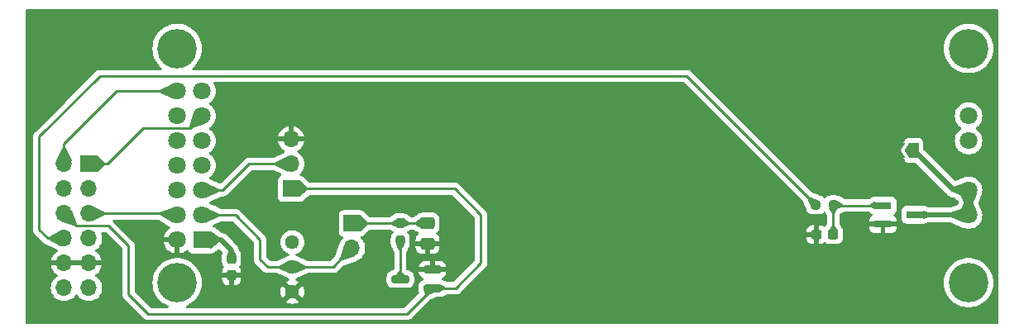
<source format=gbr>
%TF.GenerationSoftware,KiCad,Pcbnew,8.0.2*%
%TF.CreationDate,2024-12-11T20:23:40+09:00*%
%TF.ProjectId,Pmod_SC1602,506d6f64-5f53-4433-9136-30322e6b6963,rev?*%
%TF.SameCoordinates,Original*%
%TF.FileFunction,Copper,L1,Top*%
%TF.FilePolarity,Positive*%
%FSLAX46Y46*%
G04 Gerber Fmt 4.6, Leading zero omitted, Abs format (unit mm)*
G04 Created by KiCad (PCBNEW 8.0.2) date 2024-12-11 20:23:40*
%MOMM*%
%LPD*%
G01*
G04 APERTURE LIST*
G04 Aperture macros list*
%AMRoundRect*
0 Rectangle with rounded corners*
0 $1 Rounding radius*
0 $2 $3 $4 $5 $6 $7 $8 $9 X,Y pos of 4 corners*
0 Add a 4 corners polygon primitive as box body*
4,1,4,$2,$3,$4,$5,$6,$7,$8,$9,$2,$3,0*
0 Add four circle primitives for the rounded corners*
1,1,$1+$1,$2,$3*
1,1,$1+$1,$4,$5*
1,1,$1+$1,$6,$7*
1,1,$1+$1,$8,$9*
0 Add four rect primitives between the rounded corners*
20,1,$1+$1,$2,$3,$4,$5,0*
20,1,$1+$1,$4,$5,$6,$7,0*
20,1,$1+$1,$6,$7,$8,$9,0*
20,1,$1+$1,$8,$9,$2,$3,0*%
%AMFreePoly0*
4,1,6,1.000000,0.000000,0.500000,-0.750000,-0.500000,-0.750000,-0.500000,0.750000,0.500000,0.750000,1.000000,0.000000,1.000000,0.000000,$1*%
%AMFreePoly1*
4,1,6,0.500000,-0.750000,-0.650000,-0.750000,-0.150000,0.000000,-0.650000,0.750000,0.500000,0.750000,0.500000,-0.750000,0.500000,-0.750000,$1*%
G04 Aperture macros list end*
%TA.AperFunction,ComponentPad*%
%ADD10R,1.700000X1.700000*%
%TD*%
%TA.AperFunction,ComponentPad*%
%ADD11O,1.700000X1.700000*%
%TD*%
%TA.AperFunction,SMDPad,CuDef*%
%ADD12RoundRect,0.237500X0.300000X0.237500X-0.300000X0.237500X-0.300000X-0.237500X0.300000X-0.237500X0*%
%TD*%
%TA.AperFunction,ComponentPad*%
%ADD13C,1.440000*%
%TD*%
%TA.AperFunction,SMDPad,CuDef*%
%ADD14R,1.800000X0.800000*%
%TD*%
%TA.AperFunction,SMDPad,CuDef*%
%ADD15RoundRect,0.237500X-0.237500X0.300000X-0.237500X-0.300000X0.237500X-0.300000X0.237500X0.300000X0*%
%TD*%
%TA.AperFunction,SMDPad,CuDef*%
%ADD16RoundRect,0.250000X-0.475000X0.337500X-0.475000X-0.337500X0.475000X-0.337500X0.475000X0.337500X0*%
%TD*%
%TA.AperFunction,SMDPad,CuDef*%
%ADD17RoundRect,0.237500X0.237500X-0.250000X0.237500X0.250000X-0.237500X0.250000X-0.237500X-0.250000X0*%
%TD*%
%TA.AperFunction,ComponentPad*%
%ADD18R,1.800000X1.800000*%
%TD*%
%TA.AperFunction,ComponentPad*%
%ADD19C,1.800000*%
%TD*%
%TA.AperFunction,ComponentPad*%
%ADD20C,4.050000*%
%TD*%
%TA.AperFunction,SMDPad,CuDef*%
%ADD21RoundRect,0.237500X-0.250000X-0.237500X0.250000X-0.237500X0.250000X0.237500X-0.250000X0.237500X0*%
%TD*%
%TA.AperFunction,SMDPad,CuDef*%
%ADD22FreePoly0,180.000000*%
%TD*%
%TA.AperFunction,SMDPad,CuDef*%
%ADD23FreePoly1,180.000000*%
%TD*%
%TA.AperFunction,SMDPad,CuDef*%
%ADD24RoundRect,0.200000X0.700000X0.200000X-0.700000X0.200000X-0.700000X-0.200000X0.700000X-0.200000X0*%
%TD*%
%TA.AperFunction,ViaPad*%
%ADD25C,0.800000*%
%TD*%
%TA.AperFunction,Conductor*%
%ADD26C,0.250000*%
%TD*%
%TA.AperFunction,Conductor*%
%ADD27C,0.500000*%
%TD*%
G04 APERTURE END LIST*
D10*
%TO.P,J2,1,Pin_1*%
%TO.N,Net-(J2-Pin_1)*%
X120777000Y-96393000D03*
D11*
%TO.P,J2,2,Pin_2*%
%TO.N,Net-(DS1-VO)*%
X120777000Y-98933000D03*
%TD*%
D12*
%TO.P,C2,1*%
%TO.N,Net-(Q2-B)*%
X170026500Y-97536000D03*
%TO.P,C2,2*%
%TO.N,GND*%
X168301500Y-97536000D03*
%TD*%
D13*
%TO.P,RV2,1,1*%
%TO.N,unconnected-(RV2-Pad1)*%
X114681000Y-98313000D03*
%TO.P,RV2,2,2*%
%TO.N,Net-(DS1-VO)*%
X114681000Y-100853000D03*
%TO.P,RV2,3,3*%
%TO.N,GND*%
X114681000Y-103393000D03*
%TD*%
D10*
%TO.P,J1,1,Pin_1*%
%TO.N,/D0*%
X93853000Y-90297000D03*
D11*
%TO.P,J1,2,Pin_2*%
%TO.N,/D2*%
X93853000Y-92837000D03*
%TO.P,J1,3,Pin_3*%
%TO.N,/RS*%
X93853000Y-95377000D03*
%TO.P,J1,4,Pin_4*%
%TO.N,Net-(DS1-E)*%
X93853000Y-97917000D03*
%TO.P,J1,5,Pin_5*%
%TO.N,GND*%
X93853000Y-100457000D03*
%TO.P,J1,6,Pin_6*%
%TO.N,VCC*%
X93853000Y-102997000D03*
%TO.P,J1,7,Pin_7*%
%TO.N,/D3*%
X91313000Y-90297000D03*
%TO.P,J1,8,Pin_8*%
%TO.N,/D1*%
X91313000Y-92837000D03*
%TO.P,J1,9,Pin_9*%
%TO.N,Net-(J1-Pin_9)*%
X91313000Y-95377000D03*
%TO.P,J1,10,Pin_10*%
%TO.N,/BackLight*%
X91313000Y-97917000D03*
%TO.P,J1,11,Pin_11*%
%TO.N,GND*%
X91313000Y-100457000D03*
%TO.P,J1,12,Pin_12*%
%TO.N,VCC*%
X91313000Y-102997000D03*
%TD*%
D14*
%TO.P,Q2,1,B*%
%TO.N,Net-(Q2-B)*%
X175134000Y-94554000D03*
%TO.P,Q2,2,E*%
%TO.N,GND*%
X175134000Y-96454000D03*
%TO.P,Q2,3,C*%
%TO.N,Net-(JP2-A)*%
X178434000Y-95504000D03*
%TD*%
D15*
%TO.P,C3,1*%
%TO.N,VCC*%
X108458000Y-99975500D03*
%TO.P,C3,2*%
%TO.N,GND*%
X108458000Y-101700500D03*
%TD*%
D16*
%TO.P,C1,1*%
%TO.N,Net-(J2-Pin_1)*%
X128524000Y-96369500D03*
%TO.P,C1,2*%
%TO.N,GND*%
X128524000Y-98444500D03*
%TD*%
D17*
%TO.P,R1,1*%
%TO.N,/Contrast*%
X125730000Y-98171000D03*
%TO.P,R1,2*%
%TO.N,Net-(J2-Pin_1)*%
X125730000Y-96346000D03*
%TD*%
D10*
%TO.P,J3,1,Pin_1*%
%TO.N,Net-(J1-Pin_9)*%
X114554000Y-92837000D03*
D11*
%TO.P,J3,2,Pin_2*%
%TO.N,/R{slash}W*%
X114554000Y-90297000D03*
%TO.P,J3,3,Pin_3*%
%TO.N,GND*%
X114554000Y-87757000D03*
%TD*%
D18*
%TO.P,DS1,1,VDD*%
%TO.N,VCC*%
X105436000Y-98083600D03*
D19*
%TO.P,DS1,2,VSS*%
%TO.N,GND*%
X102896000Y-98083600D03*
%TO.P,DS1,3,VO*%
%TO.N,Net-(DS1-VO)*%
X105436000Y-95543600D03*
%TO.P,DS1,4,RS*%
%TO.N,/RS*%
X102896000Y-95543600D03*
%TO.P,DS1,5,R/W*%
%TO.N,/R{slash}W*%
X105436000Y-93003600D03*
%TO.P,DS1,6,E*%
%TO.N,Net-(DS1-E)*%
X102896000Y-93003600D03*
%TO.P,DS1,7,DB0*%
%TO.N,unconnected-(DS1-DB0-Pad7)*%
X105436000Y-90463600D03*
%TO.P,DS1,8,DB1*%
%TO.N,unconnected-(DS1-DB1-Pad8)*%
X102896000Y-90463600D03*
%TO.P,DS1,9,DB2*%
%TO.N,unconnected-(DS1-DB2-Pad9)*%
X105436000Y-87923600D03*
%TO.P,DS1,10,DB3*%
%TO.N,unconnected-(DS1-DB3-Pad10)*%
X102896000Y-87923600D03*
%TO.P,DS1,11,DB4*%
%TO.N,/D0*%
X105436000Y-85383600D03*
%TO.P,DS1,12,DB5*%
%TO.N,/D1*%
X102896000Y-85383600D03*
%TO.P,DS1,13,DB6*%
%TO.N,/D2*%
X105436000Y-82843600D03*
%TO.P,DS1,14,DB7*%
%TO.N,/D3*%
X102896000Y-82843600D03*
%TO.P,DS1,A1,A1*%
%TO.N,VCC*%
X183896000Y-85383600D03*
%TO.P,DS1,A2,A2*%
X183896000Y-87923600D03*
%TO.P,DS1,K1,K1*%
%TO.N,Net-(JP2-A)*%
X183896000Y-93003600D03*
%TO.P,DS1,K2,K2*%
X183896000Y-95543600D03*
D20*
%TO.P,DS1,MH1*%
%TO.N,N/C*%
X102896000Y-102463600D03*
%TO.P,DS1,MH2*%
X102896000Y-78463600D03*
%TO.P,DS1,MH3*%
X183896000Y-78463600D03*
%TO.P,DS1,MH4*%
X183896000Y-102463600D03*
%TD*%
D21*
%TO.P,R2,1*%
%TO.N,/BackLight*%
X168251500Y-94488000D03*
%TO.P,R2,2*%
%TO.N,Net-(Q2-B)*%
X170076500Y-94488000D03*
%TD*%
D22*
%TO.P,JP2,1,A*%
%TO.N,Net-(JP2-A)*%
X178271000Y-88900000D03*
D23*
%TO.P,JP2,2,B*%
%TO.N,GND*%
X176821000Y-88900000D03*
%TD*%
D24*
%TO.P,Q1,1,B*%
%TO.N,Net-(J1-Pin_9)*%
X129031000Y-103034500D03*
%TO.P,Q1,2,E*%
%TO.N,GND*%
X129031000Y-101134500D03*
%TO.P,Q1,3,C*%
%TO.N,/Contrast*%
X125731000Y-102084500D03*
%TD*%
D25*
%TO.N,GND*%
X89281000Y-78613000D03*
X176657000Y-104394000D03*
X175387000Y-76454000D03*
X156845000Y-97790000D03*
X176657000Y-101219000D03*
X117348000Y-96012000D03*
X111125000Y-94488000D03*
X131826000Y-97790000D03*
X127254000Y-76454000D03*
X156845000Y-76454000D03*
X164592000Y-97790000D03*
%TD*%
D26*
%TO.N,Net-(J1-Pin_9)*%
X133985000Y-100457000D02*
X131407500Y-103034500D01*
X131407500Y-103034500D02*
X129031000Y-103034500D01*
X133985000Y-95504000D02*
X133985000Y-100457000D01*
X131318000Y-92837000D02*
X133985000Y-95504000D01*
X114554000Y-92837000D02*
X131318000Y-92837000D01*
%TO.N,Net-(Q2-B)*%
X170076500Y-94488000D02*
X170142500Y-94554000D01*
X170026500Y-94538000D02*
X170076500Y-94488000D01*
X170142500Y-94554000D02*
X175134000Y-94554000D01*
X170026500Y-97536000D02*
X170026500Y-94538000D01*
D27*
%TO.N,VCC*%
X108458000Y-99975500D02*
X108458000Y-99187000D01*
X107354600Y-98083600D02*
X105436000Y-98083600D01*
X108458000Y-99187000D02*
X107354600Y-98083600D01*
D26*
%TO.N,Net-(DS1-VO)*%
X112156000Y-100853000D02*
X114681000Y-100853000D01*
X108878600Y-95543600D02*
X111379000Y-98044000D01*
X111379000Y-100076000D02*
X112156000Y-100853000D01*
X118857000Y-100853000D02*
X120777000Y-98933000D01*
X105436000Y-95543600D02*
X108878600Y-95543600D01*
X114681000Y-100853000D02*
X118857000Y-100853000D01*
X111379000Y-98044000D02*
X111379000Y-100076000D01*
%TO.N,/RS*%
X102729400Y-95377000D02*
X102896000Y-95543600D01*
X93853000Y-95377000D02*
X102729400Y-95377000D01*
D27*
%TO.N,Net-(JP2-A)*%
X182374600Y-93003600D02*
X178398000Y-89027000D01*
X183896000Y-95543600D02*
X183896000Y-93003600D01*
D26*
X183856400Y-95504000D02*
X183896000Y-95543600D01*
D27*
X178434000Y-95504000D02*
X183856400Y-95504000D01*
X183896000Y-93003600D02*
X182374600Y-93003600D01*
D26*
%TO.N,/D0*%
X104205600Y-86614000D02*
X105436000Y-85383600D01*
X93853000Y-90297000D02*
X95758000Y-90297000D01*
X99441000Y-86614000D02*
X104205600Y-86614000D01*
X95758000Y-90297000D02*
X99441000Y-86614000D01*
%TO.N,/D3*%
X91313000Y-90297000D02*
X91313000Y-88265000D01*
X96734400Y-82843600D02*
X102896000Y-82843600D01*
X91313000Y-88265000D02*
X96734400Y-82843600D01*
%TO.N,/BackLight*%
X88773000Y-97028000D02*
X88773000Y-87503000D01*
X91313000Y-97917000D02*
X89662000Y-97917000D01*
X155043500Y-81280000D02*
X168251500Y-94488000D01*
X94996000Y-81280000D02*
X155043500Y-81280000D01*
X88773000Y-87503000D02*
X94996000Y-81280000D01*
X89662000Y-97917000D02*
X88773000Y-97028000D01*
%TO.N,/Contrast*%
X125731000Y-102084500D02*
X125731000Y-98172000D01*
X125731000Y-98172000D02*
X125730000Y-98171000D01*
%TO.N,Net-(J1-Pin_9)*%
X126401500Y-105664000D02*
X129031000Y-103034500D01*
X95885000Y-96647000D02*
X97917000Y-98679000D01*
X97917000Y-98679000D02*
X97917000Y-103632000D01*
X97917000Y-103632000D02*
X99949000Y-105664000D01*
X91313000Y-95377000D02*
X92583000Y-96647000D01*
X99949000Y-105664000D02*
X126401500Y-105664000D01*
X92583000Y-96647000D02*
X95885000Y-96647000D01*
%TO.N,Net-(J2-Pin_1)*%
X125937000Y-96346000D02*
X125960500Y-96369500D01*
X120777000Y-96393000D02*
X125683000Y-96393000D01*
X125683000Y-96393000D02*
X125730000Y-96346000D01*
X125730000Y-96346000D02*
X125937000Y-96346000D01*
X125960500Y-96369500D02*
X128524000Y-96369500D01*
%TO.N,/R{slash}W*%
X110236000Y-90297000D02*
X114554000Y-90297000D01*
X105436000Y-93003600D02*
X107529400Y-93003600D01*
X107529400Y-93003600D02*
X110236000Y-90297000D01*
%TD*%
%TA.AperFunction,Conductor*%
%TO.N,GND*%
G36*
X112753938Y-90934725D02*
G01*
X113513761Y-91299679D01*
X113565669Y-91346448D01*
X113584051Y-91413857D01*
X113563071Y-91480502D01*
X113509390Y-91525225D01*
X113503408Y-91527636D01*
X113461669Y-91543203D01*
X113461664Y-91543206D01*
X113346455Y-91629452D01*
X113346452Y-91629455D01*
X113260206Y-91744664D01*
X113260202Y-91744671D01*
X113209908Y-91879517D01*
X113203501Y-91939116D01*
X113203500Y-91939135D01*
X113203500Y-93734870D01*
X113203501Y-93734876D01*
X113209908Y-93794483D01*
X113260202Y-93929328D01*
X113260206Y-93929335D01*
X113346452Y-94044544D01*
X113346455Y-94044547D01*
X113461664Y-94130793D01*
X113461671Y-94130797D01*
X113596517Y-94181091D01*
X113596516Y-94181091D01*
X113603444Y-94181835D01*
X113656127Y-94187500D01*
X115405809Y-94187499D01*
X115416214Y-94188097D01*
X115417752Y-94188054D01*
X115417759Y-94188055D01*
X115417765Y-94188053D01*
X115426620Y-94187808D01*
X115426623Y-94187923D01*
X115431589Y-94187499D01*
X115451871Y-94187499D01*
X115451872Y-94187499D01*
X115511483Y-94181091D01*
X115549199Y-94167023D01*
X115555367Y-94165121D01*
X115555327Y-94164995D01*
X115564428Y-94162045D01*
X115568069Y-94160865D01*
X115618618Y-94141433D01*
X115618623Y-94141429D01*
X115623354Y-94139611D01*
X115627251Y-94137911D01*
X115646331Y-94130796D01*
X115701166Y-94089744D01*
X115709237Y-94084187D01*
X115740260Y-94064592D01*
X116222552Y-93653225D01*
X116411391Y-93492157D01*
X116475171Y-93463628D01*
X116491860Y-93462500D01*
X131007548Y-93462500D01*
X131074587Y-93482185D01*
X131095229Y-93498819D01*
X133323181Y-95726771D01*
X133356666Y-95788094D01*
X133359500Y-95814452D01*
X133359500Y-100146547D01*
X133339815Y-100213586D01*
X133323181Y-100234228D01*
X131184729Y-102372681D01*
X131123406Y-102406166D01*
X131097048Y-102409000D01*
X130488686Y-102409000D01*
X130433564Y-102396074D01*
X130037455Y-102199498D01*
X130032605Y-102197291D01*
X130020008Y-102190659D01*
X130019636Y-102190435D01*
X129972359Y-102138990D01*
X129960400Y-102070151D01*
X129987557Y-102005775D01*
X130019451Y-101978090D01*
X130165877Y-101889572D01*
X130286072Y-101769377D01*
X130374019Y-101623895D01*
X130424590Y-101461606D01*
X130431000Y-101391072D01*
X130431000Y-101384500D01*
X127631001Y-101384500D01*
X127631001Y-101391082D01*
X127637408Y-101461602D01*
X127637409Y-101461607D01*
X127687981Y-101623896D01*
X127775927Y-101769377D01*
X127896122Y-101889572D01*
X128042548Y-101978090D01*
X128089736Y-102029618D01*
X128101574Y-102098477D01*
X128074305Y-102162806D01*
X128042549Y-102190323D01*
X127895814Y-102279028D01*
X127895810Y-102279031D01*
X127775530Y-102399311D01*
X127687522Y-102544893D01*
X127636913Y-102707307D01*
X127630500Y-102777886D01*
X127630500Y-103291113D01*
X127636914Y-103361696D01*
X127636914Y-103361698D01*
X127657923Y-103429119D01*
X127659073Y-103498979D01*
X127627218Y-103553689D01*
X126178729Y-105002181D01*
X126117406Y-105035666D01*
X126091048Y-105038500D01*
X103903026Y-105038500D01*
X103835987Y-105018815D01*
X103790232Y-104966011D01*
X103780288Y-104896853D01*
X103809313Y-104833297D01*
X103857379Y-104799208D01*
X103973423Y-104753263D01*
X103973424Y-104753262D01*
X103973422Y-104753262D01*
X103973432Y-104753259D01*
X104251906Y-104600166D01*
X104508997Y-104413378D01*
X104740650Y-104195842D01*
X104943212Y-103950986D01*
X105113488Y-103682674D01*
X105248793Y-103395137D01*
X105346993Y-103092908D01*
X105406539Y-102780755D01*
X105406540Y-102780744D01*
X105426493Y-102463605D01*
X105426493Y-102463594D01*
X105406540Y-102146455D01*
X105406539Y-102146448D01*
X105406539Y-102146445D01*
X105388075Y-102049654D01*
X107483001Y-102049654D01*
X107493319Y-102150652D01*
X107547546Y-102314300D01*
X107547551Y-102314311D01*
X107638052Y-102461034D01*
X107638055Y-102461038D01*
X107759961Y-102582944D01*
X107759965Y-102582947D01*
X107906688Y-102673448D01*
X107906699Y-102673453D01*
X108070347Y-102727680D01*
X108171352Y-102737999D01*
X108208000Y-102737999D01*
X108708000Y-102737999D01*
X108744640Y-102737999D01*
X108744654Y-102737998D01*
X108845652Y-102727680D01*
X109009300Y-102673453D01*
X109009311Y-102673448D01*
X109156034Y-102582947D01*
X109156038Y-102582944D01*
X109277944Y-102461038D01*
X109277947Y-102461034D01*
X109368448Y-102314311D01*
X109368453Y-102314300D01*
X109422680Y-102150652D01*
X109432999Y-102049654D01*
X109433000Y-102049641D01*
X109433000Y-101950500D01*
X108708000Y-101950500D01*
X108708000Y-102737999D01*
X108208000Y-102737999D01*
X108208000Y-101950500D01*
X107483001Y-101950500D01*
X107483001Y-102049654D01*
X105388075Y-102049654D01*
X105346993Y-101834292D01*
X105248793Y-101532063D01*
X105215636Y-101461602D01*
X105157876Y-101338855D01*
X105113488Y-101244526D01*
X105075077Y-101184000D01*
X104943215Y-100976218D01*
X104943212Y-100976214D01*
X104740650Y-100731358D01*
X104508997Y-100513822D01*
X104508995Y-100513820D01*
X104251909Y-100327036D01*
X104251908Y-100327035D01*
X104251906Y-100327034D01*
X103973432Y-100173941D01*
X103973429Y-100173939D01*
X103973424Y-100173937D01*
X103973423Y-100173936D01*
X103677968Y-100056958D01*
X103677965Y-100056957D01*
X103370163Y-99977927D01*
X103054902Y-99938100D01*
X103054891Y-99938100D01*
X102737109Y-99938100D01*
X102737097Y-99938100D01*
X102421836Y-99977927D01*
X102114034Y-100056957D01*
X102114031Y-100056958D01*
X101818576Y-100173936D01*
X101818575Y-100173937D01*
X101540094Y-100327034D01*
X101540090Y-100327036D01*
X101283004Y-100513820D01*
X101283001Y-100513823D01*
X101051352Y-100731356D01*
X101051350Y-100731358D01*
X100998685Y-100795019D01*
X100848784Y-100976218D01*
X100678513Y-101244523D01*
X100678510Y-101244529D01*
X100543209Y-101532056D01*
X100543207Y-101532061D01*
X100445008Y-101834287D01*
X100385460Y-102146448D01*
X100385459Y-102146455D01*
X100365507Y-102463594D01*
X100365507Y-102463605D01*
X100385459Y-102780744D01*
X100385460Y-102780751D01*
X100396757Y-102839972D01*
X100426711Y-102996999D01*
X100445008Y-103092912D01*
X100543207Y-103395138D01*
X100543209Y-103395143D01*
X100678510Y-103682670D01*
X100678513Y-103682676D01*
X100848784Y-103950981D01*
X100848787Y-103950985D01*
X100848788Y-103950986D01*
X101051350Y-104195842D01*
X101196409Y-104332061D01*
X101283001Y-104413376D01*
X101283004Y-104413379D01*
X101462514Y-104543801D01*
X101540094Y-104600166D01*
X101818568Y-104753259D01*
X101818573Y-104753261D01*
X101818575Y-104753262D01*
X101818576Y-104753263D01*
X101934621Y-104799208D01*
X101989707Y-104842188D01*
X102012810Y-104908128D01*
X101996597Y-104976090D01*
X101946214Y-105024498D01*
X101888974Y-105038500D01*
X100259452Y-105038500D01*
X100192413Y-105018815D01*
X100171771Y-105002181D01*
X98578819Y-103409229D01*
X98545334Y-103347906D01*
X98542500Y-103321548D01*
X98542500Y-98617398D01*
X98542500Y-98617394D01*
X98540594Y-98607815D01*
X98540595Y-98607808D01*
X98540593Y-98607809D01*
X98526408Y-98536489D01*
X98526408Y-98536488D01*
X98518463Y-98496548D01*
X98518462Y-98496546D01*
X98504308Y-98462376D01*
X98479172Y-98401691D01*
X98471312Y-98382715D01*
X98471311Y-98382713D01*
X98471310Y-98382711D01*
X98471309Y-98382709D01*
X98447308Y-98346790D01*
X98447307Y-98346789D01*
X98402858Y-98280267D01*
X98402855Y-98280263D01*
X98312637Y-98190045D01*
X98312606Y-98190016D01*
X96375198Y-96252608D01*
X96375178Y-96252586D01*
X96336773Y-96214181D01*
X96303288Y-96152858D01*
X96308272Y-96083166D01*
X96350144Y-96027233D01*
X96415608Y-96002816D01*
X96424454Y-96002500D01*
X100943213Y-96002500D01*
X101008079Y-96020820D01*
X102047181Y-96658618D01*
X102058459Y-96666431D01*
X102122228Y-96716065D01*
X102163040Y-96772773D01*
X102166714Y-96842546D01*
X102132082Y-96903229D01*
X102122227Y-96911769D01*
X101944558Y-97050055D01*
X101787414Y-97220757D01*
X101660516Y-97414990D01*
X101567317Y-97627464D01*
X101515117Y-97833600D01*
X102347518Y-97833600D01*
X102336889Y-97852009D01*
X102296000Y-98004609D01*
X102296000Y-98162591D01*
X102336889Y-98315191D01*
X102347518Y-98333600D01*
X101515117Y-98333600D01*
X101567317Y-98539735D01*
X101660516Y-98752209D01*
X101787414Y-98946442D01*
X101944558Y-99117145D01*
X101944562Y-99117148D01*
X102127644Y-99259647D01*
X102127648Y-99259650D01*
X102331697Y-99370076D01*
X102331706Y-99370079D01*
X102551139Y-99445411D01*
X102645999Y-99461240D01*
X102646000Y-99461239D01*
X102646000Y-98632082D01*
X102664409Y-98642711D01*
X102817009Y-98683600D01*
X102974991Y-98683600D01*
X103127591Y-98642711D01*
X103146000Y-98632082D01*
X103146000Y-99461240D01*
X103240860Y-99445411D01*
X103460293Y-99370079D01*
X103460302Y-99370076D01*
X103664351Y-99259650D01*
X103664355Y-99259647D01*
X103847437Y-99117148D01*
X103847442Y-99117144D01*
X103855932Y-99107921D01*
X103915817Y-99071927D01*
X103985655Y-99074024D01*
X104043273Y-99113544D01*
X104063348Y-99148566D01*
X104092202Y-99225928D01*
X104092206Y-99225935D01*
X104178452Y-99341144D01*
X104178455Y-99341147D01*
X104293664Y-99427393D01*
X104293671Y-99427397D01*
X104428517Y-99477691D01*
X104428516Y-99477691D01*
X104435444Y-99478435D01*
X104488127Y-99484100D01*
X106295343Y-99484099D01*
X106301880Y-99484271D01*
X106308682Y-99484629D01*
X106308691Y-99484631D01*
X106308961Y-99484606D01*
X106309025Y-99484601D01*
X106320171Y-99484099D01*
X106383871Y-99484099D01*
X106383872Y-99484099D01*
X106443483Y-99477691D01*
X106477471Y-99465013D01*
X106485730Y-99462261D01*
X106512596Y-99454351D01*
X106521824Y-99449514D01*
X106536034Y-99443171D01*
X106578331Y-99427396D01*
X106603741Y-99408373D01*
X106620492Y-99397809D01*
X106640039Y-99387567D01*
X107110200Y-99048005D01*
X107176072Y-99024713D01*
X107244080Y-99040731D01*
X107270481Y-99060849D01*
X107495405Y-99285772D01*
X107528890Y-99347095D01*
X107525789Y-99411355D01*
X107522158Y-99422664D01*
X107522153Y-99422683D01*
X107514730Y-99456911D01*
X107511254Y-99469630D01*
X107492826Y-99525246D01*
X107482500Y-99626315D01*
X107482500Y-100324669D01*
X107482501Y-100324687D01*
X107492825Y-100425752D01*
X107509056Y-100474733D01*
X107547092Y-100589516D01*
X107637659Y-100736349D01*
X107637661Y-100736351D01*
X107651982Y-100750672D01*
X107685467Y-100811995D01*
X107680483Y-100881687D01*
X107651985Y-100926032D01*
X107638052Y-100939965D01*
X107547551Y-101086688D01*
X107547546Y-101086699D01*
X107493319Y-101250347D01*
X107483000Y-101351345D01*
X107483000Y-101450500D01*
X109432999Y-101450500D01*
X109432999Y-101351360D01*
X109432998Y-101351345D01*
X109422680Y-101250347D01*
X109368453Y-101086699D01*
X109368448Y-101086688D01*
X109277947Y-100939965D01*
X109277944Y-100939961D01*
X109264017Y-100926034D01*
X109230532Y-100864711D01*
X109235516Y-100795019D01*
X109264017Y-100750672D01*
X109278340Y-100736350D01*
X109368908Y-100589516D01*
X109423174Y-100425753D01*
X109433500Y-100324677D01*
X109433499Y-99626324D01*
X109426973Y-99562442D01*
X109423174Y-99525247D01*
X109409538Y-99484098D01*
X109368908Y-99361484D01*
X109278340Y-99214650D01*
X109278338Y-99214648D01*
X109276012Y-99211706D01*
X109266408Y-99197681D01*
X109247062Y-99164804D01*
X109214997Y-99110310D01*
X109200252Y-99071618D01*
X109179659Y-98968094D01*
X109179658Y-98968087D01*
X109177590Y-98963094D01*
X109123087Y-98831511D01*
X109123080Y-98831498D01*
X109040952Y-98708585D01*
X109015967Y-98683600D01*
X108936416Y-98604049D01*
X108665967Y-98333600D01*
X107833021Y-97500652D01*
X107833014Y-97500646D01*
X107752723Y-97446998D01*
X107752723Y-97446999D01*
X107710091Y-97418513D01*
X107573517Y-97361943D01*
X107573507Y-97361940D01*
X107424465Y-97332293D01*
X107376056Y-97311200D01*
X106642088Y-96781112D01*
X106641937Y-96781002D01*
X106639965Y-96779578D01*
X106628905Y-96771816D01*
X106628881Y-96771802D01*
X106616698Y-96765830D01*
X106596970Y-96753757D01*
X106587193Y-96746438D01*
X106545322Y-96690504D01*
X106540338Y-96620813D01*
X106573823Y-96559490D01*
X106607353Y-96535620D01*
X107336854Y-96181545D01*
X107390999Y-96169100D01*
X108568148Y-96169100D01*
X108635187Y-96188785D01*
X108655829Y-96205419D01*
X110717181Y-98266771D01*
X110750666Y-98328094D01*
X110753500Y-98354452D01*
X110753500Y-100137611D01*
X110759166Y-100166095D01*
X110759166Y-100166096D01*
X110769090Y-100215986D01*
X110771380Y-100227500D01*
X110777537Y-100258451D01*
X110824688Y-100372286D01*
X110855306Y-100418107D01*
X110855307Y-100418110D01*
X110893138Y-100474728D01*
X110893144Y-100474736D01*
X110984586Y-100566178D01*
X110984608Y-100566198D01*
X111667016Y-101248606D01*
X111667045Y-101248637D01*
X111757263Y-101338855D01*
X111757271Y-101338861D01*
X111833970Y-101390110D01*
X111833971Y-101390110D01*
X111859715Y-101407312D01*
X111922483Y-101433311D01*
X111973548Y-101454463D01*
X112002912Y-101460303D01*
X112029402Y-101465573D01*
X112029422Y-101465576D01*
X112029444Y-101465581D01*
X112094391Y-101478499D01*
X112094392Y-101478500D01*
X112094393Y-101478500D01*
X112094394Y-101478500D01*
X113091320Y-101478500D01*
X113143502Y-101490014D01*
X113234130Y-101532056D01*
X114181691Y-101971627D01*
X114191297Y-101975962D01*
X114191730Y-101976152D01*
X114232503Y-101991042D01*
X114242359Y-101995130D01*
X114261970Y-102004276D01*
X114261972Y-102004276D01*
X114261973Y-102004277D01*
X114267059Y-102006128D01*
X114266383Y-102007982D01*
X114318655Y-102039826D01*
X114349199Y-102102666D01*
X114340921Y-102172043D01*
X114296449Y-102225932D01*
X114266905Y-102239434D01*
X114267236Y-102240342D01*
X114262140Y-102242197D01*
X114068671Y-102332412D01*
X114068669Y-102332413D01*
X114012969Y-102371415D01*
X114012968Y-102371415D01*
X114634554Y-102993000D01*
X114628339Y-102993000D01*
X114526606Y-103020259D01*
X114435394Y-103072920D01*
X114360920Y-103147394D01*
X114308259Y-103238606D01*
X114281000Y-103340339D01*
X114281000Y-103346553D01*
X113659415Y-102724968D01*
X113659415Y-102724969D01*
X113620413Y-102780669D01*
X113620412Y-102780671D01*
X113530197Y-102974140D01*
X113530194Y-102974146D01*
X113474945Y-103180337D01*
X113474944Y-103180345D01*
X113456340Y-103392997D01*
X113456340Y-103393002D01*
X113474944Y-103605654D01*
X113474945Y-103605662D01*
X113530194Y-103811853D01*
X113530197Y-103811859D01*
X113620413Y-104005329D01*
X113659415Y-104061030D01*
X114281000Y-103439445D01*
X114281000Y-103445661D01*
X114308259Y-103547394D01*
X114360920Y-103638606D01*
X114435394Y-103713080D01*
X114526606Y-103765741D01*
X114628339Y-103793000D01*
X114634553Y-103793000D01*
X114012968Y-104414584D01*
X114068663Y-104453582D01*
X114068669Y-104453586D01*
X114262140Y-104543802D01*
X114262146Y-104543805D01*
X114468337Y-104599054D01*
X114468345Y-104599055D01*
X114680998Y-104617660D01*
X114681002Y-104617660D01*
X114893654Y-104599055D01*
X114893662Y-104599054D01*
X115099853Y-104543805D01*
X115099864Y-104543801D01*
X115293325Y-104453589D01*
X115349030Y-104414583D01*
X114727448Y-103793000D01*
X114733661Y-103793000D01*
X114835394Y-103765741D01*
X114926606Y-103713080D01*
X115001080Y-103638606D01*
X115053741Y-103547394D01*
X115081000Y-103445661D01*
X115081000Y-103439446D01*
X115702583Y-104061029D01*
X115741589Y-104005325D01*
X115831801Y-103811864D01*
X115831805Y-103811853D01*
X115887054Y-103605662D01*
X115887055Y-103605654D01*
X115905660Y-103393002D01*
X115905660Y-103392997D01*
X115887055Y-103180345D01*
X115887054Y-103180337D01*
X115831805Y-102974146D01*
X115831802Y-102974140D01*
X115741586Y-102780669D01*
X115741582Y-102780663D01*
X115702584Y-102724968D01*
X115081000Y-103346552D01*
X115081000Y-103340339D01*
X115053741Y-103238606D01*
X115001080Y-103147394D01*
X114926606Y-103072920D01*
X114835394Y-103020259D01*
X114733661Y-102993000D01*
X114727447Y-102993000D01*
X115349030Y-102371415D01*
X115293329Y-102332413D01*
X115099859Y-102242197D01*
X115094764Y-102240342D01*
X115095453Y-102238449D01*
X115043305Y-102206647D01*
X115012790Y-102143794D01*
X115021101Y-102074420D01*
X115065598Y-102020552D01*
X115095272Y-102007008D01*
X115094950Y-102006124D01*
X115100014Y-102004280D01*
X115100030Y-102004276D01*
X115143370Y-101984064D01*
X115160118Y-101977685D01*
X115180308Y-101971627D01*
X116127870Y-101532056D01*
X116218498Y-101490014D01*
X116270680Y-101478500D01*
X118918608Y-101478500D01*
X118918608Y-101478499D01*
X118983556Y-101465581D01*
X118983557Y-101465581D01*
X119003540Y-101461606D01*
X119039452Y-101454463D01*
X119075083Y-101439704D01*
X119153286Y-101407312D01*
X119204509Y-101373084D01*
X119255733Y-101338858D01*
X119342858Y-101251733D01*
X119342859Y-101251731D01*
X119349925Y-101244665D01*
X119349928Y-101244661D01*
X119908496Y-100686092D01*
X119955098Y-100656776D01*
X121218903Y-100213100D01*
X121227864Y-100210332D01*
X121240663Y-100206903D01*
X121247622Y-100203657D01*
X121257399Y-100199597D01*
X121270716Y-100194721D01*
X121270727Y-100194716D01*
X121270751Y-100194708D01*
X121271341Y-100194483D01*
X121332989Y-100166097D01*
X121332995Y-100166092D01*
X121338592Y-100162765D01*
X121338729Y-100162996D01*
X121352570Y-100154719D01*
X121389267Y-100137607D01*
X121454830Y-100107035D01*
X121648401Y-99971495D01*
X121815495Y-99804401D01*
X121951035Y-99610830D01*
X122050903Y-99396663D01*
X122112063Y-99168408D01*
X122132659Y-98933000D01*
X122112063Y-98697592D01*
X122054327Y-98482116D01*
X122050905Y-98469344D01*
X122050904Y-98469343D01*
X122050903Y-98469337D01*
X121951035Y-98255171D01*
X121905433Y-98190045D01*
X121815496Y-98061600D01*
X121758505Y-98004609D01*
X121693567Y-97939671D01*
X121660084Y-97878351D01*
X121665068Y-97808659D01*
X121706939Y-97752725D01*
X121737912Y-97735812D01*
X121737917Y-97735810D01*
X121772194Y-97723024D01*
X121778367Y-97721121D01*
X121778327Y-97720995D01*
X121784030Y-97719146D01*
X121791069Y-97716865D01*
X121841618Y-97697433D01*
X121841623Y-97697429D01*
X121846354Y-97695611D01*
X121850251Y-97693911D01*
X121869331Y-97686796D01*
X121924166Y-97645744D01*
X121932237Y-97640187D01*
X121963260Y-97620592D01*
X122517044Y-97148247D01*
X122634391Y-97048157D01*
X122698171Y-97019628D01*
X122714860Y-97018500D01*
X124626708Y-97018500D01*
X124680227Y-97030644D01*
X124967848Y-97168261D01*
X125019826Y-97214953D01*
X125038309Y-97282333D01*
X125017430Y-97349010D01*
X125002011Y-97367797D01*
X124909661Y-97460148D01*
X124819093Y-97606981D01*
X124819091Y-97606986D01*
X124806406Y-97645267D01*
X124764826Y-97770747D01*
X124764826Y-97770748D01*
X124764825Y-97770748D01*
X124754500Y-97871815D01*
X124754500Y-98470169D01*
X124754501Y-98470187D01*
X124764825Y-98571252D01*
X124819092Y-98735015D01*
X124819096Y-98735023D01*
X124822828Y-98741074D01*
X124830492Y-98755565D01*
X124832207Y-98759403D01*
X124953662Y-98986177D01*
X125086552Y-99234302D01*
X125090810Y-99242251D01*
X125105500Y-99300795D01*
X125105500Y-101060000D01*
X125085815Y-101127039D01*
X125033011Y-101172794D01*
X124981500Y-101184000D01*
X124974384Y-101184000D01*
X124955145Y-101185748D01*
X124903807Y-101190413D01*
X124741393Y-101241022D01*
X124595811Y-101329030D01*
X124475530Y-101449311D01*
X124387522Y-101594893D01*
X124336913Y-101757307D01*
X124330500Y-101827886D01*
X124330500Y-102341113D01*
X124336913Y-102411692D01*
X124336913Y-102411694D01*
X124336914Y-102411696D01*
X124387522Y-102574106D01*
X124468043Y-102707304D01*
X124475530Y-102719688D01*
X124595811Y-102839969D01*
X124595813Y-102839970D01*
X124595815Y-102839972D01*
X124741394Y-102927978D01*
X124903804Y-102978586D01*
X124974384Y-102985000D01*
X124974387Y-102985000D01*
X126487613Y-102985000D01*
X126487616Y-102985000D01*
X126558196Y-102978586D01*
X126720606Y-102927978D01*
X126866185Y-102839972D01*
X126986472Y-102719685D01*
X127074478Y-102574106D01*
X127125086Y-102411696D01*
X127131500Y-102341116D01*
X127131500Y-101827884D01*
X127125086Y-101757304D01*
X127074478Y-101594894D01*
X126986472Y-101449315D01*
X126986470Y-101449313D01*
X126986469Y-101449311D01*
X126866188Y-101329030D01*
X126720606Y-101241022D01*
X126558196Y-101190414D01*
X126558194Y-101190413D01*
X126558192Y-101190413D01*
X126508778Y-101185923D01*
X126487616Y-101184000D01*
X126487613Y-101184000D01*
X126480500Y-101184000D01*
X126413461Y-101164315D01*
X126367706Y-101111511D01*
X126356500Y-101060000D01*
X126356500Y-100877927D01*
X127631000Y-100877927D01*
X127631000Y-100884500D01*
X128781000Y-100884500D01*
X129281000Y-100884500D01*
X130430999Y-100884500D01*
X130430999Y-100877917D01*
X130424591Y-100807397D01*
X130424590Y-100807392D01*
X130374018Y-100645103D01*
X130286072Y-100499622D01*
X130165877Y-100379427D01*
X130020395Y-100291480D01*
X130020396Y-100291480D01*
X129858105Y-100240909D01*
X129858106Y-100240909D01*
X129787572Y-100234500D01*
X129281000Y-100234500D01*
X129281000Y-100884500D01*
X128781000Y-100884500D01*
X128781000Y-100234500D01*
X128274417Y-100234500D01*
X128203897Y-100240908D01*
X128203892Y-100240909D01*
X128041603Y-100291481D01*
X127896122Y-100379427D01*
X127775927Y-100499622D01*
X127687980Y-100645104D01*
X127637409Y-100807393D01*
X127631000Y-100877927D01*
X126356500Y-100877927D01*
X126356500Y-99300012D01*
X126371043Y-99241743D01*
X126589181Y-98831986D01*
X127299001Y-98831986D01*
X127309494Y-98934697D01*
X127364641Y-99101119D01*
X127364643Y-99101124D01*
X127456684Y-99250345D01*
X127580654Y-99374315D01*
X127729875Y-99466356D01*
X127729880Y-99466358D01*
X127896302Y-99521505D01*
X127896309Y-99521506D01*
X127999019Y-99531999D01*
X128273999Y-99531999D01*
X128774000Y-99531999D01*
X129048972Y-99531999D01*
X129048986Y-99531998D01*
X129151697Y-99521505D01*
X129318119Y-99466358D01*
X129318124Y-99466356D01*
X129467345Y-99374315D01*
X129591315Y-99250345D01*
X129683356Y-99101124D01*
X129683358Y-99101119D01*
X129738505Y-98934697D01*
X129738506Y-98934690D01*
X129748999Y-98831986D01*
X129749000Y-98831973D01*
X129749000Y-98694500D01*
X128774000Y-98694500D01*
X128774000Y-99531999D01*
X128273999Y-99531999D01*
X128274000Y-99531998D01*
X128274000Y-98694500D01*
X127299001Y-98694500D01*
X127299001Y-98831986D01*
X126589181Y-98831986D01*
X126628416Y-98758285D01*
X126635391Y-98744685D01*
X126640167Y-98736216D01*
X126640908Y-98735016D01*
X126695174Y-98571253D01*
X126705500Y-98470177D01*
X126705499Y-97871824D01*
X126704449Y-97861548D01*
X126695174Y-97770747D01*
X126687543Y-97747719D01*
X126640908Y-97606984D01*
X126550340Y-97460150D01*
X126452828Y-97362638D01*
X126419343Y-97301315D01*
X126424327Y-97231623D01*
X126466199Y-97175690D01*
X126483616Y-97164779D01*
X126785710Y-97008817D01*
X126842594Y-96995000D01*
X127029323Y-96995000D01*
X127092949Y-97012568D01*
X127363989Y-97174597D01*
X127363994Y-97174601D01*
X127392075Y-97191387D01*
X127392075Y-97191388D01*
X127578749Y-97302983D01*
X127626189Y-97354275D01*
X127638367Y-97423075D01*
X127611416Y-97487538D01*
X127586037Y-97509841D01*
X127586323Y-97510202D01*
X127580655Y-97514683D01*
X127456684Y-97638654D01*
X127364643Y-97787875D01*
X127364641Y-97787880D01*
X127309494Y-97954302D01*
X127309493Y-97954309D01*
X127299000Y-98057013D01*
X127299000Y-98194500D01*
X129748999Y-98194500D01*
X129748999Y-98057028D01*
X129748998Y-98057013D01*
X129738505Y-97954302D01*
X129683358Y-97787880D01*
X129683356Y-97787875D01*
X129591315Y-97638654D01*
X129467344Y-97514683D01*
X129467341Y-97514681D01*
X129464339Y-97512829D01*
X129462713Y-97511021D01*
X129461677Y-97510202D01*
X129461817Y-97510024D01*
X129417617Y-97460880D01*
X129406397Y-97391917D01*
X129434243Y-97327836D01*
X129464344Y-97301754D01*
X129467656Y-97299712D01*
X129591712Y-97175656D01*
X129683814Y-97026334D01*
X129738999Y-96859797D01*
X129749500Y-96757009D01*
X129749499Y-95981992D01*
X129745886Y-95946627D01*
X129738999Y-95879203D01*
X129738998Y-95879200D01*
X129726225Y-95840655D01*
X129683814Y-95712666D01*
X129591712Y-95563344D01*
X129467656Y-95439288D01*
X129374888Y-95382069D01*
X129318336Y-95347187D01*
X129318331Y-95347185D01*
X129316862Y-95346698D01*
X129151797Y-95292001D01*
X129151795Y-95292000D01*
X129049010Y-95281500D01*
X127998998Y-95281500D01*
X127998980Y-95281501D01*
X127896201Y-95292001D01*
X127836110Y-95311913D01*
X127821713Y-95315741D01*
X127818895Y-95316311D01*
X127818888Y-95316313D01*
X127808169Y-95320794D01*
X127799356Y-95324091D01*
X127729666Y-95347186D01*
X127729663Y-95347187D01*
X127705580Y-95362041D01*
X127688332Y-95370898D01*
X127686154Y-95371808D01*
X127092946Y-95726432D01*
X127029320Y-95744000D01*
X126860672Y-95744000D01*
X126797550Y-95726731D01*
X126328727Y-95449462D01*
X126328721Y-95449458D01*
X126328708Y-95449451D01*
X126300211Y-95433812D01*
X126300208Y-95433811D01*
X126298408Y-95432823D01*
X126292974Y-95429658D01*
X126281521Y-95422594D01*
X126281511Y-95422590D01*
X126198200Y-95394983D01*
X126117753Y-95368326D01*
X126117751Y-95368325D01*
X126016678Y-95358000D01*
X125443330Y-95358000D01*
X125443312Y-95358001D01*
X125342247Y-95368325D01*
X125178481Y-95422593D01*
X125122011Y-95457423D01*
X125107323Y-95465176D01*
X125107126Y-95465263D01*
X125107121Y-95465266D01*
X124656610Y-95748479D01*
X124590615Y-95767500D01*
X122714860Y-95767500D01*
X122647821Y-95747815D01*
X122634391Y-95737843D01*
X121963274Y-95165418D01*
X121946347Y-95151938D01*
X121936646Y-95144212D01*
X121931794Y-95141586D01*
X121918681Y-95134488D01*
X121903396Y-95124705D01*
X121869331Y-95099204D01*
X121869328Y-95099202D01*
X121826460Y-95083214D01*
X121810766Y-95076082D01*
X121810111Y-95075727D01*
X121802517Y-95072927D01*
X121802508Y-95072924D01*
X121794424Y-95070720D01*
X121783715Y-95067271D01*
X121734487Y-95048910D01*
X121734480Y-95048908D01*
X121674883Y-95042501D01*
X121674881Y-95042500D01*
X121674873Y-95042500D01*
X121674864Y-95042500D01*
X119879129Y-95042500D01*
X119879123Y-95042501D01*
X119819516Y-95048908D01*
X119684671Y-95099202D01*
X119684664Y-95099206D01*
X119569455Y-95185452D01*
X119569452Y-95185455D01*
X119483206Y-95300664D01*
X119483202Y-95300671D01*
X119432908Y-95435517D01*
X119426501Y-95495116D01*
X119426500Y-95495135D01*
X119426500Y-97290870D01*
X119426501Y-97290876D01*
X119432908Y-97350483D01*
X119483202Y-97485328D01*
X119483206Y-97485335D01*
X119569452Y-97600544D01*
X119569455Y-97600547D01*
X119684664Y-97686793D01*
X119684671Y-97686797D01*
X119816081Y-97735810D01*
X119872015Y-97777681D01*
X119896432Y-97843145D01*
X119881580Y-97911418D01*
X119860430Y-97939673D01*
X119738503Y-98061600D01*
X119602965Y-98255169D01*
X119602964Y-98255171D01*
X119517193Y-98439106D01*
X119514778Y-98444001D01*
X119510650Y-98451923D01*
X119509859Y-98453747D01*
X119506342Y-98462376D01*
X119503096Y-98469336D01*
X119499672Y-98482116D01*
X119496899Y-98491090D01*
X119123499Y-99554718D01*
X119123498Y-99554719D01*
X119053221Y-99754899D01*
X119023903Y-99801505D01*
X118634229Y-100191181D01*
X118572906Y-100224666D01*
X118546548Y-100227500D01*
X116270681Y-100227500D01*
X116218499Y-100215986D01*
X115180239Y-99734339D01*
X115169955Y-99729708D01*
X115169534Y-99729524D01*
X115129406Y-99714905D01*
X115119452Y-99710780D01*
X115100032Y-99701725D01*
X115100030Y-99701724D01*
X115100027Y-99701723D01*
X115094936Y-99699870D01*
X115095709Y-99697746D01*
X115044305Y-99666424D01*
X115013766Y-99603581D01*
X115022050Y-99534204D01*
X115066528Y-99480320D01*
X115095315Y-99467172D01*
X115094936Y-99466130D01*
X115100013Y-99464280D01*
X115100030Y-99464276D01*
X115293581Y-99374021D01*
X115468519Y-99251529D01*
X115619529Y-99100519D01*
X115742021Y-98925581D01*
X115832276Y-98732030D01*
X115887549Y-98525747D01*
X115906162Y-98313000D01*
X115902117Y-98266771D01*
X115899253Y-98234034D01*
X115887549Y-98100253D01*
X115832276Y-97893970D01*
X115742021Y-97700419D01*
X115619529Y-97525481D01*
X115619527Y-97525478D01*
X115468521Y-97374472D01*
X115293578Y-97251977D01*
X115293579Y-97251977D01*
X115132435Y-97176835D01*
X115100030Y-97161724D01*
X115100026Y-97161723D01*
X115100022Y-97161721D01*
X114893752Y-97106452D01*
X114893748Y-97106451D01*
X114893747Y-97106451D01*
X114893746Y-97106450D01*
X114893741Y-97106450D01*
X114681002Y-97087838D01*
X114680998Y-97087838D01*
X114468258Y-97106450D01*
X114468247Y-97106452D01*
X114261977Y-97161721D01*
X114261968Y-97161725D01*
X114068421Y-97251977D01*
X113893478Y-97374472D01*
X113742472Y-97525478D01*
X113619977Y-97700421D01*
X113529725Y-97893968D01*
X113529721Y-97893977D01*
X113474452Y-98100247D01*
X113474450Y-98100258D01*
X113455838Y-98312998D01*
X113455838Y-98313001D01*
X113474450Y-98525741D01*
X113474452Y-98525752D01*
X113529721Y-98732022D01*
X113529723Y-98732026D01*
X113529724Y-98732030D01*
X113556011Y-98788402D01*
X113619977Y-98925578D01*
X113742472Y-99100521D01*
X113893478Y-99251527D01*
X113922945Y-99272160D01*
X114068419Y-99374021D01*
X114068421Y-99374022D01*
X114068420Y-99374022D01*
X114132936Y-99404106D01*
X114261970Y-99464276D01*
X114261983Y-99464279D01*
X114267064Y-99466130D01*
X114266292Y-99468250D01*
X114317710Y-99499594D01*
X114348237Y-99562442D01*
X114339939Y-99631817D01*
X114295452Y-99685693D01*
X114266685Y-99698830D01*
X114267064Y-99699870D01*
X114261972Y-99701723D01*
X114261970Y-99701724D01*
X114218646Y-99721926D01*
X114201889Y-99728309D01*
X114181704Y-99734366D01*
X114181693Y-99734371D01*
X113143499Y-100215986D01*
X113091317Y-100227500D01*
X112466452Y-100227500D01*
X112399413Y-100207815D01*
X112378771Y-100191181D01*
X112040819Y-99853229D01*
X112007334Y-99791906D01*
X112004500Y-99765548D01*
X112004500Y-98111741D01*
X112004501Y-98111720D01*
X112004501Y-97982391D01*
X111982507Y-97871823D01*
X111982506Y-97871820D01*
X111982505Y-97871815D01*
X111980463Y-97861548D01*
X111980462Y-97861545D01*
X111948343Y-97784002D01*
X111933314Y-97747719D01*
X111933313Y-97747717D01*
X111930495Y-97743500D01*
X111901710Y-97700419D01*
X111864858Y-97645266D01*
X111864855Y-97645263D01*
X109371528Y-95151938D01*
X109371525Y-95151934D01*
X109371525Y-95151935D01*
X109364458Y-95144868D01*
X109364458Y-95144867D01*
X109277333Y-95057742D01*
X109277332Y-95057741D01*
X109277331Y-95057740D01*
X109216959Y-95017401D01*
X109192324Y-95000940D01*
X109174886Y-94989288D01*
X109082461Y-94951005D01*
X109082459Y-94951003D01*
X109061055Y-94942138D01*
X109061053Y-94942137D01*
X109061052Y-94942137D01*
X109000629Y-94930118D01*
X108940210Y-94918100D01*
X108940207Y-94918100D01*
X108940206Y-94918100D01*
X107391001Y-94918100D01*
X107336856Y-94905654D01*
X106741491Y-94616684D01*
X106264467Y-94385152D01*
X106212753Y-94338172D01*
X106194647Y-94270689D01*
X106215900Y-94204130D01*
X106264466Y-94162046D01*
X107336854Y-93641545D01*
X107390999Y-93629100D01*
X107591008Y-93629100D01*
X107591008Y-93629099D01*
X107666222Y-93614139D01*
X107666223Y-93614139D01*
X107675397Y-93612313D01*
X107711852Y-93605063D01*
X107756544Y-93586551D01*
X107825686Y-93557912D01*
X107890161Y-93514830D01*
X107928133Y-93489458D01*
X108015258Y-93402333D01*
X108015258Y-93402331D01*
X108025466Y-93392124D01*
X108025467Y-93392121D01*
X110458772Y-90958819D01*
X110520095Y-90925334D01*
X110546453Y-90922500D01*
X112700251Y-90922500D01*
X112753938Y-90934725D01*
G37*
%TD.AperFunction*%
%TA.AperFunction,Conductor*%
G36*
X93387075Y-100264007D02*
G01*
X93353000Y-100391174D01*
X93353000Y-100522826D01*
X93387075Y-100649993D01*
X93419988Y-100707000D01*
X91746012Y-100707000D01*
X91778925Y-100649993D01*
X91813000Y-100522826D01*
X91813000Y-100391174D01*
X91778925Y-100264007D01*
X91746012Y-100207000D01*
X93419988Y-100207000D01*
X93387075Y-100264007D01*
G37*
%TD.AperFunction*%
%TA.AperFunction,Conductor*%
G36*
X186887039Y-74441685D02*
G01*
X186932794Y-74494489D01*
X186944000Y-74546000D01*
X186944000Y-106556000D01*
X186924315Y-106623039D01*
X186871511Y-106668794D01*
X186820000Y-106680000D01*
X87500000Y-106680000D01*
X87432961Y-106660315D01*
X87387206Y-106607511D01*
X87376000Y-106556000D01*
X87376000Y-87441389D01*
X88147500Y-87441389D01*
X88147500Y-97089611D01*
X88171535Y-97210444D01*
X88171540Y-97210461D01*
X88218685Y-97324281D01*
X88218690Y-97324290D01*
X88243850Y-97361943D01*
X88243851Y-97361944D01*
X88287141Y-97426732D01*
X88287144Y-97426736D01*
X88378586Y-97518178D01*
X88378608Y-97518198D01*
X89173016Y-98312606D01*
X89173045Y-98312637D01*
X89263266Y-98402858D01*
X89317516Y-98439106D01*
X89329544Y-98447143D01*
X89365715Y-98471312D01*
X89426639Y-98496547D01*
X89426640Y-98496548D01*
X89426641Y-98496548D01*
X89479548Y-98518463D01*
X89500314Y-98522593D01*
X89532010Y-98533520D01*
X90122131Y-98831505D01*
X90610344Y-99078031D01*
X90661314Y-99125821D01*
X90678356Y-99193580D01*
X90656059Y-99259797D01*
X90625575Y-99290295D01*
X90441921Y-99418890D01*
X90274891Y-99585920D01*
X90274886Y-99585926D01*
X90139400Y-99779420D01*
X90139399Y-99779422D01*
X90039570Y-99993507D01*
X90039567Y-99993513D01*
X89982364Y-100206999D01*
X89982364Y-100207000D01*
X90879988Y-100207000D01*
X90847075Y-100264007D01*
X90813000Y-100391174D01*
X90813000Y-100522826D01*
X90847075Y-100649993D01*
X90879988Y-100707000D01*
X89982364Y-100707000D01*
X90039567Y-100920486D01*
X90039570Y-100920492D01*
X90139399Y-101134578D01*
X90274894Y-101328082D01*
X90441917Y-101495105D01*
X90627595Y-101625119D01*
X90671219Y-101679696D01*
X90678412Y-101749195D01*
X90646890Y-101811549D01*
X90627595Y-101828269D01*
X90441594Y-101958508D01*
X90274505Y-102125597D01*
X90138965Y-102319169D01*
X90138964Y-102319171D01*
X90039098Y-102533335D01*
X90039094Y-102533344D01*
X89977938Y-102761586D01*
X89977936Y-102761596D01*
X89957341Y-102996999D01*
X89957341Y-102997000D01*
X89977936Y-103232403D01*
X89977938Y-103232413D01*
X90039094Y-103460655D01*
X90039096Y-103460659D01*
X90039097Y-103460663D01*
X90122358Y-103639217D01*
X90138965Y-103674830D01*
X90138967Y-103674834D01*
X90234910Y-103811853D01*
X90274505Y-103868401D01*
X90441599Y-104035495D01*
X90478067Y-104061030D01*
X90635165Y-104171032D01*
X90635167Y-104171033D01*
X90635170Y-104171035D01*
X90849337Y-104270903D01*
X91077592Y-104332063D01*
X91265918Y-104348539D01*
X91312999Y-104352659D01*
X91313000Y-104352659D01*
X91313001Y-104352659D01*
X91352234Y-104349226D01*
X91548408Y-104332063D01*
X91776663Y-104270903D01*
X91990830Y-104171035D01*
X92184401Y-104035495D01*
X92351495Y-103868401D01*
X92481425Y-103682842D01*
X92536002Y-103639217D01*
X92605500Y-103632023D01*
X92667855Y-103663546D01*
X92684575Y-103682842D01*
X92814500Y-103868395D01*
X92814505Y-103868401D01*
X92981599Y-104035495D01*
X93018067Y-104061030D01*
X93175165Y-104171032D01*
X93175167Y-104171033D01*
X93175170Y-104171035D01*
X93389337Y-104270903D01*
X93617592Y-104332063D01*
X93805918Y-104348539D01*
X93852999Y-104352659D01*
X93853000Y-104352659D01*
X93853001Y-104352659D01*
X93892234Y-104349226D01*
X94088408Y-104332063D01*
X94316663Y-104270903D01*
X94530830Y-104171035D01*
X94724401Y-104035495D01*
X94891495Y-103868401D01*
X95027035Y-103674830D01*
X95126903Y-103460663D01*
X95188063Y-103232408D01*
X95208659Y-102997000D01*
X95206659Y-102974146D01*
X95202620Y-102927977D01*
X95188063Y-102761592D01*
X95126903Y-102533337D01*
X95027035Y-102319171D01*
X95023625Y-102314300D01*
X94891494Y-102125597D01*
X94724402Y-101958506D01*
X94724401Y-101958505D01*
X94547007Y-101834292D01*
X94538405Y-101828269D01*
X94494781Y-101773692D01*
X94487588Y-101704193D01*
X94519110Y-101641839D01*
X94538405Y-101625119D01*
X94724082Y-101495105D01*
X94891105Y-101328082D01*
X95026600Y-101134578D01*
X95126429Y-100920492D01*
X95126432Y-100920486D01*
X95183636Y-100707000D01*
X94286012Y-100707000D01*
X94318925Y-100649993D01*
X94353000Y-100522826D01*
X94353000Y-100391174D01*
X94318925Y-100264007D01*
X94286012Y-100207000D01*
X95183636Y-100207000D01*
X95183635Y-100206999D01*
X95126432Y-99993513D01*
X95126429Y-99993507D01*
X95026600Y-99779422D01*
X95026599Y-99779420D01*
X94891113Y-99585926D01*
X94891108Y-99585920D01*
X94724078Y-99418890D01*
X94538405Y-99288879D01*
X94494780Y-99234302D01*
X94487588Y-99164804D01*
X94519110Y-99102449D01*
X94538406Y-99085730D01*
X94724401Y-98955495D01*
X94891495Y-98788401D01*
X95027035Y-98594830D01*
X95126903Y-98380663D01*
X95188063Y-98152408D01*
X95208659Y-97917000D01*
X95188063Y-97681592D01*
X95128728Y-97460148D01*
X95126905Y-97453344D01*
X95126900Y-97453330D01*
X95124837Y-97448906D01*
X95114344Y-97379829D01*
X95142863Y-97316045D01*
X95201339Y-97277804D01*
X95237218Y-97272500D01*
X95574548Y-97272500D01*
X95641587Y-97292185D01*
X95662229Y-97308819D01*
X97255181Y-98901771D01*
X97288666Y-98963094D01*
X97291500Y-98989452D01*
X97291500Y-103693611D01*
X97315535Y-103814444D01*
X97315540Y-103814461D01*
X97362685Y-103928280D01*
X97362690Y-103928289D01*
X97396914Y-103979507D01*
X97396915Y-103979509D01*
X97431141Y-104030733D01*
X97522586Y-104122178D01*
X97522608Y-104122198D01*
X99460016Y-106059606D01*
X99460045Y-106059637D01*
X99550264Y-106149856D01*
X99550267Y-106149858D01*
X99627190Y-106201256D01*
X99652710Y-106218309D01*
X99652712Y-106218310D01*
X99652715Y-106218312D01*
X99719396Y-106245931D01*
X99719398Y-106245933D01*
X99759640Y-106262601D01*
X99766548Y-106265463D01*
X99826971Y-106277481D01*
X99887393Y-106289500D01*
X126463107Y-106289500D01*
X126523529Y-106277481D01*
X126583952Y-106265463D01*
X126583955Y-106265461D01*
X126583958Y-106265461D01*
X126617287Y-106251654D01*
X126617286Y-106251654D01*
X126617292Y-106251652D01*
X126697786Y-106218312D01*
X126749009Y-106184084D01*
X126800233Y-106149858D01*
X126887358Y-106062733D01*
X126887358Y-106062731D01*
X126897566Y-106052524D01*
X126897567Y-106052521D01*
X128705802Y-104244287D01*
X128739058Y-104220552D01*
X129298012Y-103947576D01*
X129352424Y-103935000D01*
X129787613Y-103935000D01*
X129787616Y-103935000D01*
X129858196Y-103928586D01*
X130020606Y-103877978D01*
X130020610Y-103877975D01*
X130020927Y-103877833D01*
X130033485Y-103871509D01*
X130033470Y-103871478D01*
X130413581Y-103682842D01*
X130433562Y-103672925D01*
X130488684Y-103660000D01*
X131469107Y-103660000D01*
X131529529Y-103647981D01*
X131589952Y-103635963D01*
X131639272Y-103615533D01*
X131639275Y-103615533D01*
X131703781Y-103588814D01*
X131703780Y-103588814D01*
X131703786Y-103588812D01*
X131755009Y-103554584D01*
X131756349Y-103553689D01*
X131767771Y-103546056D01*
X131806233Y-103520358D01*
X131893358Y-103433233D01*
X131893358Y-103433231D01*
X131903566Y-103423024D01*
X131903567Y-103423021D01*
X132862995Y-102463594D01*
X181365507Y-102463594D01*
X181365507Y-102463605D01*
X181385459Y-102780744D01*
X181385460Y-102780751D01*
X181396757Y-102839972D01*
X181426711Y-102996999D01*
X181445008Y-103092912D01*
X181543207Y-103395138D01*
X181543209Y-103395143D01*
X181678510Y-103682670D01*
X181678513Y-103682676D01*
X181848784Y-103950981D01*
X181848787Y-103950985D01*
X181848788Y-103950986D01*
X182051350Y-104195842D01*
X182196409Y-104332061D01*
X182283001Y-104413376D01*
X182283004Y-104413379D01*
X182462514Y-104543801D01*
X182540094Y-104600166D01*
X182818568Y-104753259D01*
X182818573Y-104753261D01*
X182818575Y-104753262D01*
X182818576Y-104753263D01*
X183114031Y-104870241D01*
X183114034Y-104870242D01*
X183421836Y-104949272D01*
X183737097Y-104989099D01*
X183737106Y-104989099D01*
X183737109Y-104989100D01*
X183737111Y-104989100D01*
X184054889Y-104989100D01*
X184054891Y-104989100D01*
X184054894Y-104989099D01*
X184054902Y-104989099D01*
X184370163Y-104949272D01*
X184677965Y-104870242D01*
X184677968Y-104870241D01*
X184973423Y-104753263D01*
X184973424Y-104753262D01*
X184973422Y-104753262D01*
X184973432Y-104753259D01*
X185251906Y-104600166D01*
X185508997Y-104413378D01*
X185740650Y-104195842D01*
X185943212Y-103950986D01*
X186113488Y-103682674D01*
X186248793Y-103395137D01*
X186346993Y-103092908D01*
X186406539Y-102780755D01*
X186406540Y-102780744D01*
X186426493Y-102463605D01*
X186426493Y-102463594D01*
X186406540Y-102146455D01*
X186406539Y-102146448D01*
X186406539Y-102146445D01*
X186346993Y-101834292D01*
X186248793Y-101532063D01*
X186215636Y-101461602D01*
X186157876Y-101338855D01*
X186113488Y-101244526D01*
X186075077Y-101184000D01*
X185943215Y-100976218D01*
X185943212Y-100976214D01*
X185740650Y-100731358D01*
X185508997Y-100513822D01*
X185508995Y-100513820D01*
X185251909Y-100327036D01*
X185251908Y-100327035D01*
X185251906Y-100327034D01*
X184973432Y-100173941D01*
X184973429Y-100173939D01*
X184973424Y-100173937D01*
X184973423Y-100173936D01*
X184677968Y-100056958D01*
X184677965Y-100056957D01*
X184370163Y-99977927D01*
X184054902Y-99938100D01*
X184054891Y-99938100D01*
X183737109Y-99938100D01*
X183737097Y-99938100D01*
X183421836Y-99977927D01*
X183114034Y-100056957D01*
X183114031Y-100056958D01*
X182818576Y-100173936D01*
X182818575Y-100173937D01*
X182540094Y-100327034D01*
X182540090Y-100327036D01*
X182283004Y-100513820D01*
X182283001Y-100513823D01*
X182051352Y-100731356D01*
X182051350Y-100731358D01*
X181998685Y-100795019D01*
X181848784Y-100976218D01*
X181678513Y-101244523D01*
X181678510Y-101244529D01*
X181543209Y-101532056D01*
X181543207Y-101532061D01*
X181445008Y-101834287D01*
X181385460Y-102146448D01*
X181385459Y-102146455D01*
X181365507Y-102463594D01*
X132862995Y-102463594D01*
X134470857Y-100855734D01*
X134475289Y-100849102D01*
X134539311Y-100753286D01*
X134586463Y-100639452D01*
X134610500Y-100518606D01*
X134610500Y-97822654D01*
X167264001Y-97822654D01*
X167274319Y-97923652D01*
X167328546Y-98087300D01*
X167328551Y-98087311D01*
X167419052Y-98234034D01*
X167419055Y-98234038D01*
X167540961Y-98355944D01*
X167540965Y-98355947D01*
X167687688Y-98446448D01*
X167687699Y-98446453D01*
X167851347Y-98500680D01*
X167952351Y-98510999D01*
X168051500Y-98510998D01*
X168051500Y-97786000D01*
X167264001Y-97786000D01*
X167264001Y-97822654D01*
X134610500Y-97822654D01*
X134610500Y-97249345D01*
X167264000Y-97249345D01*
X167264000Y-97286000D01*
X168051500Y-97286000D01*
X168051500Y-96560999D01*
X167952360Y-96561000D01*
X167952344Y-96561001D01*
X167851347Y-96571319D01*
X167687699Y-96625546D01*
X167687688Y-96625551D01*
X167540965Y-96716052D01*
X167540961Y-96716055D01*
X167419055Y-96837961D01*
X167419052Y-96837965D01*
X167328551Y-96984688D01*
X167328546Y-96984699D01*
X167274320Y-97148344D01*
X167274319Y-97148346D01*
X167264000Y-97249345D01*
X134610500Y-97249345D01*
X134610500Y-95571741D01*
X134610501Y-95571720D01*
X134610501Y-95442391D01*
X134586464Y-95321553D01*
X134586462Y-95321546D01*
X134579286Y-95304223D01*
X134579285Y-95304219D01*
X134579285Y-95304220D01*
X134574223Y-95292000D01*
X134561842Y-95262108D01*
X134539312Y-95207715D01*
X134470858Y-95105267D01*
X134470855Y-95105263D01*
X131810928Y-92445338D01*
X131810925Y-92445334D01*
X131810925Y-92445335D01*
X131803858Y-92438268D01*
X131803858Y-92438267D01*
X131716733Y-92351142D01*
X131716732Y-92351141D01*
X131716731Y-92351140D01*
X131665509Y-92316915D01*
X131654310Y-92309432D01*
X131614286Y-92282688D01*
X131614283Y-92282686D01*
X131614280Y-92282685D01*
X131533792Y-92249347D01*
X131500453Y-92235537D01*
X131490427Y-92233543D01*
X131440029Y-92223518D01*
X131379610Y-92211500D01*
X131379607Y-92211500D01*
X131379606Y-92211500D01*
X116491860Y-92211500D01*
X116424821Y-92191815D01*
X116411391Y-92181843D01*
X115740274Y-91609418D01*
X115716892Y-91590797D01*
X115713646Y-91588212D01*
X115708855Y-91585619D01*
X115695681Y-91578488D01*
X115680396Y-91568705D01*
X115678118Y-91567000D01*
X115646331Y-91543204D01*
X115646328Y-91543202D01*
X115603460Y-91527214D01*
X115587766Y-91520082D01*
X115587111Y-91519727D01*
X115579517Y-91516927D01*
X115579508Y-91516924D01*
X115571424Y-91514720D01*
X115560714Y-91511271D01*
X115514916Y-91494189D01*
X115458983Y-91452317D01*
X115434566Y-91386853D01*
X115449418Y-91318580D01*
X115470563Y-91290332D01*
X115592495Y-91168401D01*
X115728035Y-90974830D01*
X115827903Y-90760663D01*
X115889063Y-90532408D01*
X115909659Y-90297000D01*
X115889063Y-90061592D01*
X115827903Y-89833337D01*
X115728035Y-89619171D01*
X115714925Y-89600447D01*
X115592494Y-89425597D01*
X115425402Y-89258506D01*
X115425401Y-89258505D01*
X115239405Y-89128269D01*
X115195781Y-89073692D01*
X115188588Y-89004193D01*
X115220110Y-88941839D01*
X115239405Y-88925119D01*
X115425082Y-88795105D01*
X115592105Y-88628082D01*
X115727600Y-88434578D01*
X115827429Y-88220492D01*
X115827432Y-88220486D01*
X115884636Y-88007000D01*
X114987012Y-88007000D01*
X115019925Y-87949993D01*
X115054000Y-87822826D01*
X115054000Y-87691174D01*
X115019925Y-87564007D01*
X114987012Y-87507000D01*
X115884636Y-87507000D01*
X115884635Y-87506999D01*
X115827432Y-87293513D01*
X115827429Y-87293507D01*
X115727600Y-87079422D01*
X115727599Y-87079420D01*
X115592113Y-86885926D01*
X115592108Y-86885920D01*
X115425082Y-86718894D01*
X115231578Y-86583399D01*
X115017492Y-86483570D01*
X115017486Y-86483567D01*
X114804000Y-86426364D01*
X114804000Y-87323988D01*
X114746993Y-87291075D01*
X114619826Y-87257000D01*
X114488174Y-87257000D01*
X114361007Y-87291075D01*
X114304000Y-87323988D01*
X114304000Y-86426364D01*
X114303999Y-86426364D01*
X114090513Y-86483567D01*
X114090507Y-86483570D01*
X113876422Y-86583399D01*
X113876420Y-86583400D01*
X113682926Y-86718886D01*
X113682920Y-86718891D01*
X113515891Y-86885920D01*
X113515886Y-86885926D01*
X113380400Y-87079420D01*
X113380399Y-87079422D01*
X113280570Y-87293507D01*
X113280567Y-87293513D01*
X113223364Y-87506999D01*
X113223364Y-87507000D01*
X114120988Y-87507000D01*
X114088075Y-87564007D01*
X114054000Y-87691174D01*
X114054000Y-87822826D01*
X114088075Y-87949993D01*
X114120988Y-88007000D01*
X113223364Y-88007000D01*
X113280567Y-88220486D01*
X113280570Y-88220492D01*
X113380399Y-88434578D01*
X113515894Y-88628082D01*
X113682917Y-88795105D01*
X113863336Y-88921437D01*
X113906961Y-88976014D01*
X113914153Y-89045513D01*
X113882631Y-89107867D01*
X113845899Y-89134787D01*
X112753935Y-89659275D01*
X112700248Y-89671500D01*
X110174388Y-89671500D01*
X110053555Y-89695535D01*
X110053547Y-89695537D01*
X109939716Y-89742687D01*
X109921539Y-89754833D01*
X109865293Y-89792416D01*
X109861263Y-89795109D01*
X109837263Y-89811144D01*
X107362848Y-92285559D01*
X107301525Y-92319044D01*
X107231833Y-92314060D01*
X107221022Y-92309432D01*
X106261422Y-91843674D01*
X106244592Y-91835505D01*
X106192878Y-91788525D01*
X106174772Y-91721042D01*
X106196025Y-91654483D01*
X106222572Y-91626101D01*
X106387784Y-91497513D01*
X106544979Y-91326753D01*
X106671924Y-91132449D01*
X106765157Y-90919900D01*
X106822134Y-90694905D01*
X106822135Y-90694897D01*
X106841300Y-90463606D01*
X106841300Y-90463593D01*
X106822135Y-90232302D01*
X106822133Y-90232291D01*
X106765157Y-90007299D01*
X106671924Y-89794751D01*
X106544983Y-89600452D01*
X106544980Y-89600449D01*
X106544979Y-89600447D01*
X106387784Y-89429687D01*
X106210180Y-89291453D01*
X106169368Y-89234743D01*
X106165693Y-89164970D01*
X106200324Y-89104287D01*
X106210181Y-89095746D01*
X106218265Y-89089454D01*
X106387784Y-88957513D01*
X106544979Y-88786753D01*
X106671924Y-88592449D01*
X106765157Y-88379900D01*
X106822134Y-88154905D01*
X106822135Y-88154897D01*
X106841300Y-87923606D01*
X106841300Y-87923593D01*
X106822135Y-87692302D01*
X106822133Y-87692291D01*
X106765157Y-87467299D01*
X106671924Y-87254751D01*
X106544983Y-87060452D01*
X106544980Y-87060449D01*
X106544979Y-87060447D01*
X106387784Y-86889687D01*
X106210180Y-86751453D01*
X106169368Y-86694743D01*
X106165693Y-86624970D01*
X106200324Y-86564287D01*
X106210181Y-86555746D01*
X106387784Y-86417513D01*
X106544979Y-86246753D01*
X106671924Y-86052449D01*
X106765157Y-85839900D01*
X106822134Y-85614905D01*
X106841300Y-85383600D01*
X106841300Y-85383593D01*
X106822135Y-85152302D01*
X106822133Y-85152291D01*
X106765157Y-84927299D01*
X106671924Y-84714751D01*
X106544983Y-84520452D01*
X106544980Y-84520449D01*
X106544979Y-84520447D01*
X106387784Y-84349687D01*
X106210180Y-84211453D01*
X106169368Y-84154743D01*
X106165693Y-84084970D01*
X106200324Y-84024287D01*
X106210181Y-84015746D01*
X106215390Y-84011692D01*
X106387784Y-83877513D01*
X106544979Y-83706753D01*
X106671924Y-83512449D01*
X106765157Y-83299900D01*
X106822134Y-83074905D01*
X106841300Y-82843600D01*
X106841300Y-82843593D01*
X106822135Y-82612302D01*
X106822133Y-82612291D01*
X106765157Y-82387299D01*
X106671924Y-82174751D01*
X106621337Y-82097321D01*
X106601149Y-82030432D01*
X106620330Y-81963246D01*
X106672789Y-81917096D01*
X106725146Y-81905500D01*
X154733048Y-81905500D01*
X154800087Y-81925185D01*
X154820728Y-81941818D01*
X160942916Y-88064007D01*
X166965463Y-94086554D01*
X166992422Y-94126972D01*
X167170509Y-94558937D01*
X167170511Y-94558942D01*
X167221664Y-94683018D01*
X167221664Y-94683019D01*
X167257951Y-94771037D01*
X167266669Y-94805697D01*
X167273825Y-94875750D01*
X167273826Y-94875753D01*
X167315309Y-95000940D01*
X167328091Y-95039513D01*
X167328093Y-95039518D01*
X167333886Y-95048910D01*
X167418660Y-95186350D01*
X167540650Y-95308340D01*
X167687484Y-95398908D01*
X167851247Y-95453174D01*
X167952323Y-95463500D01*
X168550676Y-95463499D01*
X168550684Y-95463498D01*
X168550687Y-95463498D01*
X168617372Y-95456686D01*
X168651753Y-95453174D01*
X168815516Y-95398908D01*
X168962350Y-95308340D01*
X169053994Y-95216695D01*
X169115313Y-95183213D01*
X169185005Y-95188197D01*
X169240939Y-95230068D01*
X169253736Y-95251298D01*
X169369223Y-95495127D01*
X169389065Y-95537018D01*
X169401000Y-95590097D01*
X169401000Y-96396190D01*
X169381892Y-96462323D01*
X169242309Y-96683711D01*
X169189903Y-96729922D01*
X169120834Y-96740464D01*
X169069036Y-96718465D01*
X169068185Y-96719846D01*
X168915311Y-96625551D01*
X168915300Y-96625546D01*
X168751652Y-96571319D01*
X168650654Y-96561000D01*
X168551500Y-96561000D01*
X168551500Y-98510999D01*
X168650640Y-98510999D01*
X168650654Y-98510998D01*
X168751652Y-98500680D01*
X168915300Y-98446453D01*
X168915311Y-98446448D01*
X169062035Y-98355947D01*
X169075960Y-98342021D01*
X169137282Y-98308533D01*
X169206973Y-98313514D01*
X169251327Y-98342017D01*
X169265650Y-98356340D01*
X169412484Y-98446908D01*
X169576247Y-98501174D01*
X169677323Y-98511500D01*
X170375676Y-98511499D01*
X170375684Y-98511498D01*
X170375687Y-98511498D01*
X170431030Y-98505844D01*
X170476753Y-98501174D01*
X170640516Y-98446908D01*
X170787350Y-98356340D01*
X170909340Y-98234350D01*
X170999908Y-98087516D01*
X171054174Y-97923753D01*
X171064500Y-97822677D01*
X171064499Y-97249324D01*
X171060527Y-97210444D01*
X171054174Y-97148247D01*
X171040324Y-97106450D01*
X170999908Y-96984484D01*
X170948935Y-96901844D01*
X173734000Y-96901844D01*
X173740401Y-96961372D01*
X173740403Y-96961379D01*
X173790645Y-97096086D01*
X173790649Y-97096093D01*
X173876809Y-97211187D01*
X173876812Y-97211190D01*
X173991906Y-97297350D01*
X173991913Y-97297354D01*
X174126620Y-97347596D01*
X174126627Y-97347598D01*
X174186155Y-97353999D01*
X174186172Y-97354000D01*
X174884000Y-97354000D01*
X175384000Y-97354000D01*
X176081828Y-97354000D01*
X176081844Y-97353999D01*
X176141372Y-97347598D01*
X176141379Y-97347596D01*
X176276086Y-97297354D01*
X176276093Y-97297350D01*
X176391187Y-97211190D01*
X176391190Y-97211187D01*
X176477350Y-97096093D01*
X176477354Y-97096086D01*
X176527596Y-96961379D01*
X176527598Y-96961372D01*
X176533999Y-96901844D01*
X176534000Y-96901827D01*
X176534000Y-96704000D01*
X175384000Y-96704000D01*
X175384000Y-97354000D01*
X174884000Y-97354000D01*
X174884000Y-96704000D01*
X173734000Y-96704000D01*
X173734000Y-96901844D01*
X170948935Y-96901844D01*
X170909340Y-96837650D01*
X170909338Y-96837648D01*
X170909337Y-96837646D01*
X170905565Y-96832876D01*
X170897936Y-96822096D01*
X170872096Y-96781112D01*
X170671107Y-96462323D01*
X170652000Y-96396190D01*
X170652000Y-95628507D01*
X170671250Y-95562148D01*
X170678285Y-95551042D01*
X170678286Y-95551043D01*
X170803618Y-95353202D01*
X170856120Y-95307108D01*
X170859567Y-95305571D01*
X171036064Y-95230068D01*
X171130910Y-95189494D01*
X171179680Y-95179500D01*
X173631211Y-95179500D01*
X173698250Y-95199185D01*
X173701460Y-95201319D01*
X173929362Y-95358001D01*
X173942226Y-95366845D01*
X173979010Y-95389077D01*
X173989185Y-95395937D01*
X173998771Y-95403114D01*
X173997171Y-95405249D01*
X174036778Y-95444844D01*
X174051640Y-95513114D01*
X174027233Y-95578582D01*
X173997972Y-95603944D01*
X173999011Y-95605331D01*
X173876812Y-95696809D01*
X173876809Y-95696812D01*
X173790649Y-95811906D01*
X173790645Y-95811913D01*
X173740403Y-95946620D01*
X173740401Y-95946627D01*
X173734000Y-96006155D01*
X173734000Y-96204000D01*
X176534000Y-96204000D01*
X176534000Y-96006172D01*
X176533999Y-96006155D01*
X176527598Y-95946627D01*
X176527596Y-95946620D01*
X176477354Y-95811913D01*
X176477350Y-95811906D01*
X176391190Y-95696812D01*
X176391187Y-95696809D01*
X176268989Y-95605331D01*
X176270632Y-95603135D01*
X176231211Y-95563712D01*
X176216360Y-95495438D01*
X176240778Y-95429974D01*
X176270236Y-95404455D01*
X176269231Y-95403112D01*
X176378178Y-95321553D01*
X176391546Y-95311546D01*
X176477796Y-95196331D01*
X176528091Y-95061483D01*
X176534500Y-95001873D01*
X176534499Y-94106128D01*
X176528091Y-94046517D01*
X176527356Y-94044547D01*
X176477797Y-93911671D01*
X176477793Y-93911664D01*
X176391547Y-93796455D01*
X176391544Y-93796452D01*
X176276335Y-93710206D01*
X176276328Y-93710202D01*
X176141482Y-93659908D01*
X176141483Y-93659908D01*
X176081883Y-93653501D01*
X176081881Y-93653500D01*
X176081873Y-93653500D01*
X176081865Y-93653500D01*
X174296380Y-93653500D01*
X174283262Y-93652262D01*
X174275803Y-93651809D01*
X174275802Y-93651809D01*
X174275800Y-93651809D01*
X174275799Y-93651809D01*
X174254583Y-93653225D01*
X174246330Y-93653500D01*
X174186131Y-93653500D01*
X174186122Y-93653501D01*
X174126520Y-93659908D01*
X174126513Y-93659910D01*
X174107539Y-93666986D01*
X174096466Y-93670534D01*
X174071181Y-93677345D01*
X174050583Y-93687536D01*
X174038934Y-93692574D01*
X173991669Y-93710204D01*
X173991667Y-93710205D01*
X173991665Y-93710206D01*
X173975225Y-93722512D01*
X173955917Y-93734378D01*
X173942229Y-93741151D01*
X173841897Y-93810130D01*
X173746817Y-93875498D01*
X173701460Y-93906681D01*
X173635065Y-93928440D01*
X173631210Y-93928500D01*
X171230966Y-93928500D01*
X171164137Y-93908950D01*
X170922116Y-93754100D01*
X170793985Y-93672119D01*
X170790158Y-93669391D01*
X170778895Y-93662444D01*
X170777167Y-93661358D01*
X170705925Y-93615776D01*
X170705910Y-93615767D01*
X170705899Y-93615760D01*
X170678524Y-93599438D01*
X170678521Y-93599437D01*
X170678508Y-93599429D01*
X170675977Y-93598205D01*
X170664884Y-93592122D01*
X170640520Y-93577094D01*
X170640517Y-93577092D01*
X170640516Y-93577092D01*
X170476753Y-93522826D01*
X170476751Y-93522825D01*
X170375678Y-93512500D01*
X169777330Y-93512500D01*
X169777312Y-93512501D01*
X169676247Y-93522825D01*
X169512484Y-93577092D01*
X169512481Y-93577093D01*
X169365648Y-93667661D01*
X169251681Y-93781629D01*
X169190358Y-93815114D01*
X169120666Y-93810130D01*
X169076319Y-93781629D01*
X168962351Y-93667661D01*
X168962350Y-93667660D01*
X168844165Y-93594763D01*
X168815518Y-93577093D01*
X168815513Y-93577091D01*
X168651754Y-93522826D01*
X168651746Y-93522825D01*
X168584278Y-93515932D01*
X168548780Y-93506864D01*
X167891151Y-93230089D01*
X167851571Y-93203480D01*
X163556581Y-88908490D01*
X176765570Y-88908490D01*
X176777038Y-88979727D01*
X176788062Y-89048213D01*
X176788438Y-89050545D01*
X176788439Y-89050548D01*
X176850399Y-89180401D01*
X177350397Y-89930399D01*
X177350399Y-89930401D01*
X177388969Y-89981032D01*
X177497706Y-90075254D01*
X177538174Y-90093735D01*
X177628580Y-90135023D01*
X177628583Y-90135023D01*
X177628584Y-90135024D01*
X177771000Y-90155500D01*
X178413770Y-90155500D01*
X178480809Y-90175185D01*
X178501451Y-90191819D01*
X181646054Y-93336421D01*
X181650823Y-93341464D01*
X181656172Y-93347449D01*
X181660656Y-93351569D01*
X181660575Y-93351656D01*
X181666008Y-93356375D01*
X181896185Y-93586552D01*
X181915467Y-93599435D01*
X181915470Y-93599439D01*
X181915471Y-93599438D01*
X182019098Y-93668680D01*
X182019111Y-93668687D01*
X182075679Y-93692118D01*
X182075680Y-93692118D01*
X182155688Y-93725259D01*
X182271841Y-93748363D01*
X182291068Y-93752187D01*
X182300681Y-93754100D01*
X182300682Y-93754100D01*
X182300683Y-93754100D01*
X182322240Y-93754100D01*
X182381933Y-93769414D01*
X182735715Y-93963719D01*
X182784999Y-94013245D01*
X182791170Y-94026396D01*
X182845992Y-94163626D01*
X182871548Y-94227598D01*
X182878138Y-94297156D01*
X182871548Y-94319600D01*
X182841486Y-94394853D01*
X182798336Y-94449806D01*
X182769803Y-94464983D01*
X182020033Y-94745631D01*
X181976564Y-94753500D01*
X179861483Y-94753500D01*
X179817944Y-94745605D01*
X179590213Y-94660206D01*
X179515973Y-94632366D01*
X179515970Y-94632365D01*
X179466595Y-94616684D01*
X179460702Y-94615425D01*
X179460862Y-94614675D01*
X179442380Y-94610243D01*
X179441486Y-94609909D01*
X179441482Y-94609908D01*
X179381883Y-94603501D01*
X179381881Y-94603500D01*
X179381873Y-94603500D01*
X179381865Y-94603500D01*
X179357907Y-94603500D01*
X179343872Y-94602703D01*
X179335418Y-94601739D01*
X179323639Y-94600398D01*
X179323638Y-94600398D01*
X179321426Y-94600463D01*
X179314787Y-94600658D01*
X179299395Y-94601904D01*
X179284672Y-94603096D01*
X179274668Y-94603500D01*
X177486129Y-94603500D01*
X177486123Y-94603501D01*
X177426516Y-94609908D01*
X177291671Y-94660202D01*
X177291664Y-94660206D01*
X177176455Y-94746452D01*
X177176452Y-94746455D01*
X177090206Y-94861664D01*
X177090202Y-94861671D01*
X177039908Y-94996517D01*
X177033501Y-95056116D01*
X177033500Y-95056135D01*
X177033500Y-95951870D01*
X177033501Y-95951876D01*
X177039908Y-96011483D01*
X177090202Y-96146328D01*
X177090206Y-96146335D01*
X177176452Y-96261544D01*
X177176455Y-96261547D01*
X177291664Y-96347793D01*
X177291671Y-96347797D01*
X177426517Y-96398091D01*
X177426516Y-96398091D01*
X177433444Y-96398835D01*
X177486127Y-96404500D01*
X179287702Y-96404499D01*
X179308956Y-96406334D01*
X179309715Y-96406466D01*
X179314733Y-96407339D01*
X179323588Y-96407600D01*
X179323593Y-96407599D01*
X179323596Y-96407600D01*
X179351239Y-96406995D01*
X179375435Y-96406466D01*
X179380219Y-96405416D01*
X179393554Y-96403242D01*
X179441483Y-96398091D01*
X179473084Y-96386303D01*
X179489852Y-96381364D01*
X179515973Y-96375634D01*
X179817945Y-96262395D01*
X179861484Y-96254500D01*
X181962889Y-96254500D01*
X182011777Y-96264543D01*
X183341406Y-96834978D01*
X183343380Y-96835820D01*
X183343493Y-96835868D01*
X183343492Y-96835868D01*
X183343501Y-96835872D01*
X183373266Y-96846528D01*
X183397929Y-96855358D01*
X183397931Y-96855358D01*
X183403951Y-96856856D01*
X183403930Y-96856940D01*
X183419080Y-96860603D01*
X183551016Y-96905897D01*
X183551019Y-96905898D01*
X183779951Y-96944100D01*
X183779952Y-96944100D01*
X184012048Y-96944100D01*
X184012049Y-96944100D01*
X184240981Y-96905898D01*
X184460503Y-96830536D01*
X184664626Y-96720070D01*
X184667867Y-96717548D01*
X184758507Y-96647000D01*
X184847784Y-96577513D01*
X185004979Y-96406753D01*
X185006801Y-96403965D01*
X185091824Y-96273826D01*
X185131924Y-96212449D01*
X185225157Y-95999900D01*
X185282134Y-95774905D01*
X185285205Y-95737843D01*
X185301300Y-95543606D01*
X185301300Y-95543593D01*
X185282135Y-95312302D01*
X185282131Y-95312282D01*
X185257925Y-95216698D01*
X185225157Y-95087300D01*
X185203624Y-95038211D01*
X185196653Y-95017544D01*
X185192864Y-95001873D01*
X185192637Y-95000935D01*
X185192635Y-95000930D01*
X185192633Y-95000923D01*
X184941165Y-94371454D01*
X184920449Y-94319599D01*
X184913859Y-94250043D01*
X184920450Y-94227597D01*
X184925468Y-94215036D01*
X185192637Y-93546264D01*
X185209050Y-93498336D01*
X185209050Y-93498332D01*
X185210050Y-93495414D01*
X185213807Y-93485775D01*
X185223522Y-93463628D01*
X185225157Y-93459900D01*
X185282134Y-93234905D01*
X185284738Y-93203480D01*
X185301300Y-93003606D01*
X185301300Y-93003593D01*
X185282135Y-92772302D01*
X185282133Y-92772291D01*
X185225157Y-92547299D01*
X185131924Y-92334751D01*
X185004983Y-92140452D01*
X185004980Y-92140449D01*
X185004979Y-92140447D01*
X184847784Y-91969687D01*
X184847779Y-91969683D01*
X184847777Y-91969681D01*
X184664634Y-91827135D01*
X184664628Y-91827131D01*
X184460504Y-91716664D01*
X184460495Y-91716661D01*
X184240984Y-91641302D01*
X184069282Y-91612650D01*
X184012049Y-91603100D01*
X183779951Y-91603100D01*
X183742155Y-91609407D01*
X183551020Y-91641301D01*
X183390057Y-91696559D01*
X183377149Y-91700222D01*
X183360441Y-91704000D01*
X182550023Y-92013837D01*
X182480375Y-92019391D01*
X182418780Y-91986408D01*
X182418061Y-91985694D01*
X179312819Y-88880451D01*
X179279334Y-88819128D01*
X179276500Y-88792770D01*
X179276500Y-88150000D01*
X179271355Y-88078060D01*
X179230819Y-87940008D01*
X179183432Y-87866272D01*
X179153032Y-87818969D01*
X179153028Y-87818965D01*
X179044299Y-87724750D01*
X179044297Y-87724748D01*
X179044294Y-87724746D01*
X179044290Y-87724744D01*
X178913419Y-87664976D01*
X178913414Y-87664975D01*
X178771000Y-87644500D01*
X177771000Y-87644500D01*
X177770984Y-87644500D01*
X177707476Y-87648507D01*
X177568770Y-87686714D01*
X177568758Y-87686719D01*
X177446433Y-87762460D01*
X177350395Y-87869603D01*
X176850407Y-88619585D01*
X176841213Y-88633890D01*
X176783651Y-88765755D01*
X176765570Y-88908490D01*
X163556581Y-88908490D01*
X160031684Y-85383593D01*
X182490700Y-85383593D01*
X182490700Y-85383606D01*
X182509864Y-85614897D01*
X182509866Y-85614908D01*
X182566842Y-85839900D01*
X182660075Y-86052448D01*
X182787016Y-86246747D01*
X182787019Y-86246751D01*
X182787021Y-86246753D01*
X182944216Y-86417513D01*
X182944219Y-86417515D01*
X182944222Y-86417518D01*
X183121818Y-86555747D01*
X183162631Y-86612457D01*
X183166306Y-86682230D01*
X183131674Y-86742913D01*
X183121818Y-86751453D01*
X182944222Y-86889681D01*
X182944219Y-86889684D01*
X182787016Y-87060452D01*
X182660075Y-87254751D01*
X182566842Y-87467299D01*
X182509866Y-87692291D01*
X182509864Y-87692302D01*
X182490700Y-87923593D01*
X182490700Y-87923606D01*
X182509864Y-88154897D01*
X182509866Y-88154908D01*
X182566842Y-88379900D01*
X182660075Y-88592448D01*
X182787016Y-88786747D01*
X182787019Y-88786751D01*
X182787021Y-88786753D01*
X182944216Y-88957513D01*
X182944219Y-88957515D01*
X182944222Y-88957518D01*
X183127365Y-89100064D01*
X183127371Y-89100068D01*
X183127374Y-89100070D01*
X183294860Y-89190709D01*
X183320646Y-89204664D01*
X183331497Y-89210536D01*
X183402010Y-89234743D01*
X183551015Y-89285897D01*
X183551017Y-89285897D01*
X183551019Y-89285898D01*
X183779951Y-89324100D01*
X183779952Y-89324100D01*
X184012048Y-89324100D01*
X184012049Y-89324100D01*
X184240981Y-89285898D01*
X184460503Y-89210536D01*
X184664626Y-89100070D01*
X184670182Y-89095746D01*
X184789080Y-89003204D01*
X184847784Y-88957513D01*
X185004979Y-88786753D01*
X185131924Y-88592449D01*
X185225157Y-88379900D01*
X185282134Y-88154905D01*
X185282135Y-88154897D01*
X185301300Y-87923606D01*
X185301300Y-87923593D01*
X185282135Y-87692302D01*
X185282133Y-87692291D01*
X185225157Y-87467299D01*
X185131924Y-87254751D01*
X185004983Y-87060452D01*
X185004980Y-87060449D01*
X185004979Y-87060447D01*
X184847784Y-86889687D01*
X184670180Y-86751453D01*
X184629368Y-86694743D01*
X184625693Y-86624970D01*
X184660324Y-86564287D01*
X184670181Y-86555746D01*
X184847784Y-86417513D01*
X185004979Y-86246753D01*
X185131924Y-86052449D01*
X185225157Y-85839900D01*
X185282134Y-85614905D01*
X185301300Y-85383600D01*
X185301300Y-85383593D01*
X185282135Y-85152302D01*
X185282133Y-85152291D01*
X185225157Y-84927299D01*
X185131924Y-84714751D01*
X185004983Y-84520452D01*
X185004980Y-84520449D01*
X185004979Y-84520447D01*
X184847784Y-84349687D01*
X184847779Y-84349683D01*
X184847777Y-84349681D01*
X184664634Y-84207135D01*
X184664628Y-84207131D01*
X184460504Y-84096664D01*
X184460495Y-84096661D01*
X184240984Y-84021302D01*
X184069282Y-83992650D01*
X184012049Y-83983100D01*
X183779951Y-83983100D01*
X183734164Y-83990740D01*
X183551015Y-84021302D01*
X183331504Y-84096661D01*
X183331495Y-84096664D01*
X183127371Y-84207131D01*
X183127365Y-84207135D01*
X182944222Y-84349681D01*
X182944219Y-84349684D01*
X182787016Y-84520452D01*
X182660075Y-84714751D01*
X182566842Y-84927299D01*
X182509866Y-85152291D01*
X182509864Y-85152302D01*
X182490700Y-85383593D01*
X160031684Y-85383593D01*
X155529358Y-80881267D01*
X155442233Y-80794142D01*
X155442232Y-80794141D01*
X155442231Y-80794140D01*
X155391009Y-80759915D01*
X155381048Y-80753259D01*
X155339786Y-80725688D01*
X155339783Y-80725686D01*
X155339780Y-80725685D01*
X155259292Y-80692347D01*
X155225953Y-80678537D01*
X155215927Y-80676543D01*
X155165529Y-80666518D01*
X155105110Y-80654500D01*
X155105107Y-80654500D01*
X155105106Y-80654500D01*
X104558754Y-80654500D01*
X104491715Y-80634815D01*
X104445960Y-80582011D01*
X104436016Y-80512853D01*
X104465041Y-80449297D01*
X104485866Y-80430183D01*
X104508997Y-80413378D01*
X104740650Y-80195842D01*
X104943212Y-79950986D01*
X105113488Y-79682674D01*
X105248793Y-79395137D01*
X105346993Y-79092908D01*
X105406539Y-78780755D01*
X105426493Y-78463600D01*
X105426493Y-78463594D01*
X181365507Y-78463594D01*
X181365507Y-78463605D01*
X181385459Y-78780744D01*
X181385460Y-78780751D01*
X181445008Y-79092912D01*
X181543207Y-79395138D01*
X181543209Y-79395143D01*
X181678510Y-79682670D01*
X181678513Y-79682676D01*
X181848784Y-79950981D01*
X181848787Y-79950985D01*
X181848788Y-79950986D01*
X182051350Y-80195842D01*
X182283003Y-80413378D01*
X182540094Y-80600166D01*
X182818568Y-80753259D01*
X182818573Y-80753261D01*
X182818575Y-80753262D01*
X182818576Y-80753263D01*
X183114031Y-80870241D01*
X183114034Y-80870242D01*
X183421836Y-80949272D01*
X183737097Y-80989099D01*
X183737106Y-80989099D01*
X183737109Y-80989100D01*
X183737111Y-80989100D01*
X184054889Y-80989100D01*
X184054891Y-80989100D01*
X184054894Y-80989099D01*
X184054902Y-80989099D01*
X184370163Y-80949272D01*
X184677965Y-80870242D01*
X184677968Y-80870241D01*
X184973423Y-80753263D01*
X184973424Y-80753262D01*
X184973422Y-80753262D01*
X184973432Y-80753259D01*
X185251906Y-80600166D01*
X185508997Y-80413378D01*
X185740650Y-80195842D01*
X185943212Y-79950986D01*
X186113488Y-79682674D01*
X186248793Y-79395137D01*
X186346993Y-79092908D01*
X186406539Y-78780755D01*
X186426493Y-78463600D01*
X186406539Y-78146445D01*
X186346993Y-77834292D01*
X186248793Y-77532063D01*
X186113488Y-77244526D01*
X185943212Y-76976214D01*
X185740650Y-76731358D01*
X185508997Y-76513822D01*
X185508995Y-76513820D01*
X185251909Y-76327036D01*
X185251908Y-76327035D01*
X185251906Y-76327034D01*
X184973432Y-76173941D01*
X184973429Y-76173939D01*
X184973424Y-76173937D01*
X184973423Y-76173936D01*
X184677968Y-76056958D01*
X184677965Y-76056957D01*
X184370163Y-75977927D01*
X184054902Y-75938100D01*
X184054891Y-75938100D01*
X183737109Y-75938100D01*
X183737097Y-75938100D01*
X183421836Y-75977927D01*
X183114034Y-76056957D01*
X183114031Y-76056958D01*
X182818576Y-76173936D01*
X182818575Y-76173937D01*
X182540094Y-76327034D01*
X182540090Y-76327036D01*
X182283004Y-76513820D01*
X182283001Y-76513823D01*
X182051352Y-76731356D01*
X181848784Y-76976218D01*
X181678513Y-77244523D01*
X181678510Y-77244529D01*
X181543209Y-77532056D01*
X181543207Y-77532061D01*
X181445008Y-77834287D01*
X181385460Y-78146448D01*
X181385459Y-78146455D01*
X181365507Y-78463594D01*
X105426493Y-78463594D01*
X105406539Y-78146445D01*
X105346993Y-77834292D01*
X105248793Y-77532063D01*
X105113488Y-77244526D01*
X104943212Y-76976214D01*
X104740650Y-76731358D01*
X104508997Y-76513822D01*
X104508995Y-76513820D01*
X104251909Y-76327036D01*
X104251908Y-76327035D01*
X104251906Y-76327034D01*
X103973432Y-76173941D01*
X103973429Y-76173939D01*
X103973424Y-76173937D01*
X103973423Y-76173936D01*
X103677968Y-76056958D01*
X103677965Y-76056957D01*
X103370163Y-75977927D01*
X103054902Y-75938100D01*
X103054891Y-75938100D01*
X102737109Y-75938100D01*
X102737097Y-75938100D01*
X102421836Y-75977927D01*
X102114034Y-76056957D01*
X102114031Y-76056958D01*
X101818576Y-76173936D01*
X101818575Y-76173937D01*
X101540094Y-76327034D01*
X101540090Y-76327036D01*
X101283004Y-76513820D01*
X101283001Y-76513823D01*
X101051352Y-76731356D01*
X100848784Y-76976218D01*
X100678513Y-77244523D01*
X100678510Y-77244529D01*
X100543209Y-77532056D01*
X100543207Y-77532061D01*
X100445008Y-77834287D01*
X100385460Y-78146448D01*
X100385459Y-78146455D01*
X100365507Y-78463594D01*
X100365507Y-78463605D01*
X100385459Y-78780744D01*
X100385460Y-78780751D01*
X100445008Y-79092912D01*
X100543207Y-79395138D01*
X100543209Y-79395143D01*
X100678510Y-79682670D01*
X100678513Y-79682676D01*
X100848784Y-79950981D01*
X100848787Y-79950985D01*
X100848788Y-79950986D01*
X101051350Y-80195842D01*
X101283003Y-80413378D01*
X101306131Y-80430182D01*
X101348797Y-80485511D01*
X101354776Y-80555124D01*
X101322171Y-80616920D01*
X101261332Y-80651277D01*
X101233246Y-80654500D01*
X94934389Y-80654500D01*
X94873971Y-80666518D01*
X94836259Y-80674019D01*
X94813550Y-80678536D01*
X94813548Y-80678537D01*
X94780207Y-80692347D01*
X94699719Y-80725684D01*
X94699705Y-80725692D01*
X94597272Y-80794138D01*
X94597264Y-80794144D01*
X91408309Y-83983100D01*
X88374270Y-87017139D01*
X88374267Y-87017142D01*
X88330962Y-87060447D01*
X88287144Y-87104264D01*
X88287142Y-87104267D01*
X88266863Y-87134617D01*
X88266862Y-87134619D01*
X88266861Y-87134618D01*
X88218689Y-87206712D01*
X88218688Y-87206713D01*
X88218688Y-87206714D01*
X88205108Y-87239500D01*
X88175083Y-87311989D01*
X88171537Y-87320549D01*
X88171535Y-87320556D01*
X88147500Y-87441389D01*
X87376000Y-87441389D01*
X87376000Y-74546000D01*
X87395685Y-74478961D01*
X87448489Y-74433206D01*
X87500000Y-74422000D01*
X186820000Y-74422000D01*
X186887039Y-74441685D01*
G37*
%TD.AperFunction*%
%TD*%
%TA.AperFunction,Conductor*%
%TO.N,Net-(J1-Pin_9)*%
G36*
X129812728Y-102652300D02*
G01*
X130324502Y-102906275D01*
X130330388Y-102913021D01*
X130331000Y-102916754D01*
X130331000Y-103152245D01*
X130327573Y-103160518D01*
X130324501Y-103162725D01*
X129812730Y-103416698D01*
X129803796Y-103417306D01*
X129802340Y-103416704D01*
X129267933Y-103152245D01*
X129051188Y-103044985D01*
X129045294Y-103038246D01*
X129045892Y-103029311D01*
X129051188Y-103024014D01*
X129802341Y-102652294D01*
X129811275Y-102651697D01*
X129812728Y-102652300D01*
G37*
%TD.AperFunction*%
%TD*%
%TA.AperFunction,Conductor*%
%TO.N,Net-(J1-Pin_9)*%
G36*
X115412217Y-91994008D02*
G01*
X116249893Y-92708497D01*
X116253963Y-92716472D01*
X116254000Y-92717398D01*
X116254000Y-92956601D01*
X116250573Y-92964874D01*
X116249893Y-92965503D01*
X115412218Y-93679990D01*
X115403699Y-93682751D01*
X115396357Y-93679366D01*
X114681024Y-92964874D01*
X114561286Y-92845276D01*
X114557855Y-92837007D01*
X114561276Y-92828733D01*
X115396358Y-91994632D01*
X115404632Y-91991211D01*
X115412217Y-91994008D01*
G37*
%TD.AperFunction*%
%TD*%
%TA.AperFunction,Conductor*%
%TO.N,Net-(Q2-B)*%
G36*
X174239978Y-94156654D02*
G01*
X174627236Y-94328577D01*
X175110911Y-94543306D01*
X175117082Y-94549795D01*
X175116858Y-94558747D01*
X175110911Y-94564694D01*
X174239981Y-94951344D01*
X174231029Y-94951568D01*
X174228606Y-94950291D01*
X173839072Y-94682487D01*
X173834196Y-94674976D01*
X173834000Y-94672846D01*
X173834000Y-94435154D01*
X173837427Y-94426881D01*
X173839072Y-94425513D01*
X174228606Y-94157707D01*
X174237364Y-94155845D01*
X174239978Y-94156654D01*
G37*
%TD.AperFunction*%
%TD*%
%TA.AperFunction,Conductor*%
%TO.N,Net-(Q2-B)*%
G36*
X170433461Y-94041563D02*
G01*
X171033607Y-94425549D01*
X171038728Y-94432893D01*
X171039000Y-94435403D01*
X171039000Y-94671279D01*
X171035573Y-94679552D01*
X171031902Y-94682036D01*
X170425845Y-94941302D01*
X170416891Y-94941405D01*
X170411875Y-94937554D01*
X170080826Y-94495118D01*
X170078613Y-94486441D01*
X170080931Y-94480961D01*
X170116085Y-94435403D01*
X170417893Y-94044269D01*
X170425659Y-94039814D01*
X170433461Y-94041563D01*
G37*
%TD.AperFunction*%
%TD*%
%TA.AperFunction,Conductor*%
%TO.N,Net-(Q2-B)*%
G36*
X170153318Y-96589427D02*
G01*
X170154942Y-96591460D01*
X170496034Y-97132462D01*
X170497548Y-97141288D01*
X170493628Y-97147690D01*
X170033991Y-97530756D01*
X170025441Y-97533420D01*
X170019009Y-97530756D01*
X169559371Y-97147690D01*
X169555210Y-97139761D01*
X169556964Y-97132463D01*
X169898058Y-96591460D01*
X169905369Y-96586289D01*
X169907955Y-96586000D01*
X170145045Y-96586000D01*
X170153318Y-96589427D01*
G37*
%TD.AperFunction*%
%TD*%
%TA.AperFunction,Conductor*%
%TO.N,Net-(Q2-B)*%
G36*
X170083303Y-94492167D02*
G01*
X170525332Y-94827890D01*
X170529847Y-94835623D01*
X170528139Y-94843468D01*
X170251263Y-95280521D01*
X170155740Y-95431308D01*
X170154946Y-95432561D01*
X170147623Y-95437716D01*
X170145062Y-95438000D01*
X169908904Y-95438000D01*
X169900631Y-95434573D01*
X169898330Y-95431308D01*
X169611301Y-94825302D01*
X169610858Y-94816360D01*
X169615155Y-94810720D01*
X170069507Y-94491906D01*
X170078246Y-94489960D01*
X170083303Y-94492167D01*
G37*
%TD.AperFunction*%
%TD*%
%TA.AperFunction,Conductor*%
%TO.N,VCC*%
G36*
X108482239Y-98862522D02*
G01*
X108484050Y-98864861D01*
X108857209Y-99499030D01*
X108858451Y-99507899D01*
X108856009Y-99512577D01*
X108466315Y-99967328D01*
X108458330Y-99971380D01*
X108449824Y-99968605D01*
X108006990Y-99589671D01*
X108002932Y-99581688D01*
X108003456Y-99577207D01*
X108121967Y-99208075D01*
X108124832Y-99203383D01*
X108465694Y-98862521D01*
X108473966Y-98859095D01*
X108482239Y-98862522D01*
G37*
%TD.AperFunction*%
%TD*%
%TA.AperFunction,Conductor*%
%TO.N,VCC*%
G36*
X106344071Y-97189429D02*
G01*
X106345744Y-97190637D01*
X107231150Y-97830097D01*
X107235851Y-97837719D01*
X107236000Y-97839582D01*
X107236000Y-98327617D01*
X107232573Y-98335890D01*
X107231150Y-98337102D01*
X106344073Y-98977769D01*
X106335360Y-98979835D01*
X106328954Y-98976562D01*
X105443286Y-98091877D01*
X105439856Y-98083606D01*
X105443278Y-98075331D01*
X105443287Y-98075322D01*
X105681154Y-97837719D01*
X106328956Y-97190636D01*
X106337229Y-97187215D01*
X106344071Y-97189429D01*
G37*
%TD.AperFunction*%
%TD*%
%TA.AperFunction,Conductor*%
%TO.N,Net-(DS1-VO)*%
G36*
X114409954Y-100198623D02*
G01*
X114410144Y-100199056D01*
X114680133Y-100848509D01*
X114680144Y-100857464D01*
X114680133Y-100857491D01*
X114410144Y-101506943D01*
X114403804Y-101513267D01*
X114394849Y-101513256D01*
X114394416Y-101513066D01*
X113247776Y-100981143D01*
X113241714Y-100974552D01*
X113241000Y-100970529D01*
X113241000Y-100735470D01*
X113244427Y-100727197D01*
X113247773Y-100724857D01*
X114394418Y-100192932D01*
X114403363Y-100192561D01*
X114409954Y-100198623D01*
G37*
%TD.AperFunction*%
%TD*%
%TA.AperFunction,Conductor*%
%TO.N,Net-(DS1-VO)*%
G36*
X120003106Y-98612428D02*
G01*
X120773215Y-98930438D01*
X120779552Y-98936761D01*
X120779562Y-98936785D01*
X121097567Y-99706883D01*
X121097558Y-99715838D01*
X121091219Y-99722163D01*
X121090629Y-99722388D01*
X119670251Y-100221031D01*
X119661309Y-100220539D01*
X119658102Y-100218265D01*
X119491734Y-100051897D01*
X119488307Y-100043624D01*
X119488968Y-100039748D01*
X119600461Y-99722163D01*
X119987612Y-98619368D01*
X119993584Y-98612699D01*
X120002526Y-98612207D01*
X120003106Y-98612428D01*
G37*
%TD.AperFunction*%
%TD*%
%TA.AperFunction,Conductor*%
%TO.N,Net-(DS1-VO)*%
G36*
X105790950Y-94717243D02*
G01*
X105791550Y-94717512D01*
X107229410Y-95415401D01*
X107235355Y-95422096D01*
X107236000Y-95425926D01*
X107236000Y-95661273D01*
X107232573Y-95669546D01*
X107229409Y-95671799D01*
X105791571Y-96369677D01*
X105782632Y-96370206D01*
X105775936Y-96364260D01*
X105775657Y-96363639D01*
X105436864Y-95548088D01*
X105436855Y-95539134D01*
X105436864Y-95539112D01*
X105775658Y-94723558D01*
X105781996Y-94717234D01*
X105790950Y-94717243D01*
G37*
%TD.AperFunction*%
%TD*%
%TA.AperFunction,Conductor*%
%TO.N,Net-(DS1-VO)*%
G36*
X114967150Y-100192743D02*
G01*
X114967562Y-100192923D01*
X116114225Y-100724857D01*
X116120286Y-100731447D01*
X116121000Y-100735470D01*
X116121000Y-100970529D01*
X116117573Y-100978802D01*
X116114224Y-100981143D01*
X114967583Y-101513066D01*
X114958636Y-101513438D01*
X114952045Y-101507376D01*
X114951855Y-101506943D01*
X114681865Y-100857488D01*
X114681855Y-100848537D01*
X114951856Y-100199054D01*
X114958195Y-100192732D01*
X114967150Y-100192743D01*
G37*
%TD.AperFunction*%
%TD*%
%TA.AperFunction,Conductor*%
%TO.N,/RS*%
G36*
X94188836Y-94596791D02*
G01*
X94189413Y-94597049D01*
X95546366Y-95248814D01*
X95552339Y-95255484D01*
X95553000Y-95259360D01*
X95553000Y-95494639D01*
X95549573Y-95502912D01*
X95546366Y-95505186D01*
X94189413Y-96156950D01*
X94180471Y-96157442D01*
X94173800Y-96151469D01*
X94173542Y-96150892D01*
X93853865Y-95381489D01*
X93853856Y-95372534D01*
X93853865Y-95372511D01*
X94173542Y-94603107D01*
X94179881Y-94596782D01*
X94188836Y-94596791D01*
G37*
%TD.AperFunction*%
%TD*%
%TA.AperFunction,Conductor*%
%TO.N,/RS*%
G36*
X102549930Y-94716402D02*
G01*
X102555936Y-94722584D01*
X102895135Y-95539112D01*
X102895144Y-95548066D01*
X102895135Y-95548088D01*
X102556838Y-96362445D01*
X102550499Y-96368771D01*
X102541545Y-96368762D01*
X102539913Y-96367928D01*
X101134719Y-95505424D01*
X101129460Y-95498176D01*
X101129139Y-95495453D01*
X101129139Y-95260074D01*
X101132566Y-95251801D01*
X101136687Y-95249135D01*
X102540980Y-94716133D01*
X102549930Y-94716402D01*
G37*
%TD.AperFunction*%
%TD*%
%TA.AperFunction,Conductor*%
%TO.N,Net-(JP2-A)*%
G36*
X184146348Y-93747027D02*
G01*
X184148940Y-93750960D01*
X184723210Y-95188467D01*
X184723097Y-95197421D01*
X184716833Y-95203612D01*
X183900488Y-95542735D01*
X183891534Y-95542744D01*
X183891512Y-95542735D01*
X183075166Y-95203612D01*
X183068840Y-95197273D01*
X183068789Y-95188468D01*
X183643060Y-93750958D01*
X183649311Y-93744548D01*
X183653925Y-93743600D01*
X184138075Y-93743600D01*
X184146348Y-93747027D01*
G37*
%TD.AperFunction*%
%TD*%
%TA.AperFunction,Conductor*%
%TO.N,Net-(JP2-A)*%
G36*
X184716833Y-93343587D02*
G01*
X184723159Y-93349926D01*
X184723210Y-93358732D01*
X184148940Y-94796240D01*
X184142689Y-94802652D01*
X184138075Y-94803600D01*
X183653925Y-94803600D01*
X183645652Y-94800173D01*
X183643060Y-94796240D01*
X183068789Y-93358732D01*
X183068902Y-93349778D01*
X183075165Y-93343587D01*
X183891512Y-93004463D01*
X183900465Y-93004455D01*
X184716833Y-93343587D01*
G37*
%TD.AperFunction*%
%TD*%
%TA.AperFunction,Conductor*%
%TO.N,Net-(JP2-A)*%
G36*
X179726408Y-95251153D02*
G01*
X179732951Y-95257267D01*
X179734000Y-95262108D01*
X179734000Y-95745892D01*
X179730573Y-95754165D01*
X179726408Y-95756847D01*
X179338481Y-95902319D01*
X179329626Y-95902058D01*
X178457088Y-95514694D01*
X178450917Y-95508205D01*
X178451141Y-95499253D01*
X178457088Y-95493306D01*
X179329628Y-95105940D01*
X179338480Y-95105680D01*
X179726408Y-95251153D01*
G37*
%TD.AperFunction*%
%TD*%
%TA.AperFunction,Conductor*%
%TO.N,Net-(JP2-A)*%
G36*
X183549960Y-94716376D02*
G01*
X183555917Y-94722536D01*
X183895135Y-95539112D01*
X183895144Y-95548066D01*
X183895135Y-95548088D01*
X183556125Y-96364161D01*
X183549786Y-96370487D01*
X183540832Y-96370478D01*
X183540707Y-96370425D01*
X182110964Y-95757040D01*
X182104712Y-95750629D01*
X182103877Y-95746288D01*
X182103877Y-95262113D01*
X182107304Y-95253840D01*
X182111471Y-95251157D01*
X183541010Y-94716066D01*
X183549960Y-94716376D01*
G37*
%TD.AperFunction*%
%TD*%
%TA.AperFunction,Conductor*%
%TO.N,Net-(JP2-A)*%
G36*
X183549909Y-92176417D02*
G01*
X183555943Y-92182617D01*
X183894846Y-92999820D01*
X183894850Y-93008775D01*
X183894844Y-93008790D01*
X183556589Y-93823045D01*
X183550250Y-93829371D01*
X183541296Y-93829362D01*
X183540152Y-93828812D01*
X182014488Y-92990881D01*
X182008886Y-92983895D01*
X182009865Y-92974994D01*
X182011843Y-92972357D01*
X182352613Y-92631587D01*
X182356703Y-92628934D01*
X183540960Y-92176170D01*
X183549909Y-92176417D01*
G37*
%TD.AperFunction*%
%TD*%
%TA.AperFunction,Conductor*%
%TO.N,/D0*%
G36*
X104616268Y-85044050D02*
G01*
X105432512Y-85381743D01*
X105438846Y-85388072D01*
X105438853Y-85388088D01*
X105775568Y-86203358D01*
X105775559Y-86212312D01*
X105769220Y-86218638D01*
X105768325Y-86218966D01*
X104160919Y-86734105D01*
X104151994Y-86733366D01*
X104146206Y-86726534D01*
X104145648Y-86722963D01*
X104145648Y-86490808D01*
X104146193Y-86487278D01*
X104600661Y-85051338D01*
X104606425Y-85044485D01*
X104615346Y-85043714D01*
X104616268Y-85044050D01*
G37*
%TD.AperFunction*%
%TD*%
%TA.AperFunction,Conductor*%
%TO.N,/D0*%
G36*
X94711217Y-89454008D02*
G01*
X95548893Y-90168497D01*
X95552963Y-90176472D01*
X95553000Y-90177398D01*
X95553000Y-90416601D01*
X95549573Y-90424874D01*
X95548893Y-90425503D01*
X94711218Y-91139990D01*
X94702699Y-91142751D01*
X94695357Y-91139366D01*
X93980024Y-90424874D01*
X93860286Y-90305276D01*
X93856855Y-90297007D01*
X93860276Y-90288733D01*
X94695358Y-89454632D01*
X94703632Y-89451211D01*
X94711217Y-89454008D01*
G37*
%TD.AperFunction*%
%TD*%
%TA.AperFunction,Conductor*%
%TO.N,/D3*%
G36*
X91438912Y-88600427D02*
G01*
X91441186Y-88603634D01*
X92092950Y-89960586D01*
X92093442Y-89969528D01*
X92087469Y-89976199D01*
X92086892Y-89976457D01*
X91317489Y-90296134D01*
X91308534Y-90296143D01*
X91308511Y-90296134D01*
X90539107Y-89976457D01*
X90532782Y-89970118D01*
X90532791Y-89961163D01*
X90533049Y-89960586D01*
X91184814Y-88603634D01*
X91191485Y-88597661D01*
X91195361Y-88597000D01*
X91430639Y-88597000D01*
X91438912Y-88600427D01*
G37*
%TD.AperFunction*%
%TD*%
%TA.AperFunction,Conductor*%
%TO.N,/D3*%
G36*
X102556063Y-82022939D02*
G01*
X102556342Y-82023560D01*
X102895135Y-82839112D01*
X102895144Y-82848066D01*
X102895135Y-82848088D01*
X102556342Y-83663639D01*
X102550003Y-83669965D01*
X102541049Y-83669956D01*
X102540428Y-83669677D01*
X101102591Y-82971799D01*
X101096645Y-82965103D01*
X101096000Y-82961273D01*
X101096000Y-82725926D01*
X101099427Y-82717653D01*
X101102586Y-82715402D01*
X102540430Y-82017521D01*
X102549367Y-82016993D01*
X102556063Y-82022939D01*
G37*
%TD.AperFunction*%
%TD*%
%TA.AperFunction,Conductor*%
%TO.N,/BackLight*%
G36*
X90992179Y-97142570D02*
G01*
X90992608Y-97143491D01*
X91311846Y-97913219D01*
X91311850Y-97922174D01*
X91311844Y-97922190D01*
X90992552Y-98690664D01*
X90986213Y-98696989D01*
X90977258Y-98696980D01*
X90976473Y-98696619D01*
X89553393Y-97978026D01*
X89547553Y-97971238D01*
X89548223Y-97962308D01*
X89550391Y-97959312D01*
X89714468Y-97795235D01*
X89717332Y-97793134D01*
X90976401Y-97137594D01*
X90985318Y-97136814D01*
X90992179Y-97142570D01*
G37*
%TD.AperFunction*%
%TD*%
%TA.AperFunction,Conductor*%
%TO.N,/BackLight*%
G36*
X167600817Y-93656342D02*
G01*
X168437547Y-94008495D01*
X168443843Y-94014863D01*
X168443825Y-94023737D01*
X168254145Y-94484003D01*
X168247825Y-94490346D01*
X168247445Y-94490497D01*
X167774612Y-94668261D01*
X167765662Y-94667964D01*
X167759678Y-94661768D01*
X167689005Y-94490346D01*
X167642487Y-94377513D01*
X167419765Y-93837281D01*
X167419780Y-93828327D01*
X167422306Y-93824552D01*
X167588006Y-93658852D01*
X167596278Y-93655426D01*
X167600817Y-93656342D01*
G37*
%TD.AperFunction*%
%TD*%
%TA.AperFunction,Conductor*%
%TO.N,/Contrast*%
G36*
X125737007Y-98175243D02*
G01*
X125972807Y-98351678D01*
X126178887Y-98505876D01*
X126183459Y-98513576D01*
X126182206Y-98520742D01*
X125859302Y-99127298D01*
X125852389Y-99132990D01*
X125848974Y-99133500D01*
X125613006Y-99133500D01*
X125604733Y-99130073D01*
X125602692Y-99127324D01*
X125277827Y-98520753D01*
X125276942Y-98511842D01*
X125281131Y-98505861D01*
X125722991Y-98175243D01*
X125731668Y-98173031D01*
X125737007Y-98175243D01*
G37*
%TD.AperFunction*%
%TD*%
%TA.AperFunction,Conductor*%
%TO.N,/Contrast*%
G36*
X125858119Y-101287927D02*
G01*
X125859487Y-101289572D01*
X126125493Y-101676490D01*
X126127356Y-101685248D01*
X126124135Y-101691381D01*
X125739283Y-102077196D01*
X125731015Y-102080633D01*
X125722737Y-102077216D01*
X125722717Y-102077196D01*
X125337864Y-101691381D01*
X125334447Y-101683103D01*
X125336505Y-101676492D01*
X125602513Y-101289572D01*
X125610024Y-101284696D01*
X125612154Y-101284500D01*
X125849846Y-101284500D01*
X125858119Y-101287927D01*
G37*
%TD.AperFunction*%
%TD*%
%TA.AperFunction,Conductor*%
%TO.N,Net-(J1-Pin_9)*%
G36*
X129030192Y-103037950D02*
G01*
X129035922Y-103044031D01*
X129192506Y-103424350D01*
X129192487Y-103433304D01*
X129186821Y-103439317D01*
X128444048Y-103802066D01*
X128435111Y-103802618D01*
X128430641Y-103799826D01*
X128261736Y-103630921D01*
X128258898Y-103626315D01*
X128166874Y-103347471D01*
X128167536Y-103338540D01*
X128174132Y-103332757D01*
X129021253Y-103037437D01*
X129030192Y-103037950D01*
G37*
%TD.AperFunction*%
%TD*%
%TA.AperFunction,Conductor*%
%TO.N,Net-(J1-Pin_9)*%
G36*
X92095838Y-95056441D02*
G01*
X92102163Y-95062780D01*
X92102388Y-95063370D01*
X92601031Y-96483748D01*
X92600539Y-96492690D01*
X92598265Y-96495897D01*
X92431897Y-96662265D01*
X92423624Y-96665692D01*
X92419748Y-96665031D01*
X90999370Y-96166388D01*
X90992699Y-96160415D01*
X90992207Y-96151473D01*
X90992423Y-96150905D01*
X91310438Y-95380783D01*
X91316759Y-95374448D01*
X92086884Y-95056432D01*
X92095838Y-95056441D01*
G37*
%TD.AperFunction*%
%TD*%
%TA.AperFunction,Conductor*%
%TO.N,Net-(J2-Pin_1)*%
G36*
X125391727Y-95896087D02*
G01*
X125725875Y-96339204D01*
X125728120Y-96347872D01*
X125726110Y-96352968D01*
X125407303Y-96807311D01*
X125399746Y-96812115D01*
X125392676Y-96811145D01*
X124786650Y-96521181D01*
X124780666Y-96514519D01*
X124780000Y-96510627D01*
X124780000Y-96274464D01*
X124783427Y-96266191D01*
X124785470Y-96264560D01*
X125376160Y-95893225D01*
X125384986Y-95891724D01*
X125391727Y-95896087D01*
G37*
%TD.AperFunction*%
%TD*%
%TA.AperFunction,Conductor*%
%TO.N,Net-(J2-Pin_1)*%
G36*
X121635217Y-95550008D02*
G01*
X122472893Y-96264497D01*
X122476963Y-96272472D01*
X122477000Y-96273398D01*
X122477000Y-96512601D01*
X122473573Y-96520874D01*
X122472893Y-96521503D01*
X121635218Y-97235990D01*
X121626699Y-97238751D01*
X121619357Y-97235366D01*
X120904024Y-96520874D01*
X120784286Y-96401276D01*
X120780855Y-96393007D01*
X120784276Y-96384733D01*
X121619358Y-95550632D01*
X121627632Y-95547211D01*
X121635217Y-95550008D01*
G37*
%TD.AperFunction*%
%TD*%
%TA.AperFunction,Conductor*%
%TO.N,Net-(J2-Pin_1)*%
G36*
X127959776Y-95807441D02*
G01*
X128516657Y-96361204D01*
X128520107Y-96369467D01*
X128516703Y-96377750D01*
X128516657Y-96377796D01*
X127959776Y-96931558D01*
X127951493Y-96934962D01*
X127945524Y-96933304D01*
X127651453Y-96757506D01*
X127217197Y-96497905D01*
X127211854Y-96490719D01*
X127211500Y-96487863D01*
X127211500Y-96251136D01*
X127214927Y-96242863D01*
X127217197Y-96241094D01*
X127945526Y-95805694D01*
X127954382Y-95804391D01*
X127959776Y-95807441D01*
G37*
%TD.AperFunction*%
%TD*%
%TA.AperFunction,Conductor*%
%TO.N,Net-(J2-Pin_1)*%
G36*
X126071382Y-95884553D02*
G01*
X126674257Y-96241103D01*
X126679632Y-96248263D01*
X126680000Y-96251173D01*
X126680000Y-96487373D01*
X126676573Y-96495646D01*
X126673667Y-96497769D01*
X126067463Y-96810735D01*
X126058540Y-96811486D01*
X126052519Y-96807059D01*
X125835494Y-96497769D01*
X125733753Y-96352774D01*
X125731807Y-96344036D01*
X125733804Y-96339266D01*
X126055904Y-95887826D01*
X126063496Y-95883084D01*
X126071382Y-95884553D01*
G37*
%TD.AperFunction*%
%TD*%
%TA.AperFunction,Conductor*%
%TO.N,/R{slash}W*%
G36*
X114233199Y-89522530D02*
G01*
X114233457Y-89523107D01*
X114553134Y-90292511D01*
X114553143Y-90301466D01*
X114553134Y-90301489D01*
X114233457Y-91070892D01*
X114227118Y-91077217D01*
X114218163Y-91077208D01*
X114217586Y-91076950D01*
X112860634Y-90425186D01*
X112854661Y-90418515D01*
X112854000Y-90414639D01*
X112854000Y-90179360D01*
X112857427Y-90171087D01*
X112860631Y-90168814D01*
X114217586Y-89517048D01*
X114226528Y-89516557D01*
X114233199Y-89522530D01*
G37*
%TD.AperFunction*%
%TD*%
%TA.AperFunction,Conductor*%
%TO.N,/R{slash}W*%
G36*
X105790950Y-92177243D02*
G01*
X105791550Y-92177512D01*
X107229410Y-92875401D01*
X107235355Y-92882096D01*
X107236000Y-92885926D01*
X107236000Y-93121273D01*
X107232573Y-93129546D01*
X107229409Y-93131799D01*
X105791571Y-93829677D01*
X105782632Y-93830206D01*
X105775936Y-93824260D01*
X105775657Y-93823639D01*
X105436864Y-93008088D01*
X105436855Y-92999134D01*
X105436864Y-92999112D01*
X105775658Y-92183558D01*
X105781996Y-92177234D01*
X105790950Y-92177243D01*
G37*
%TD.AperFunction*%
%TD*%
M02*

</source>
